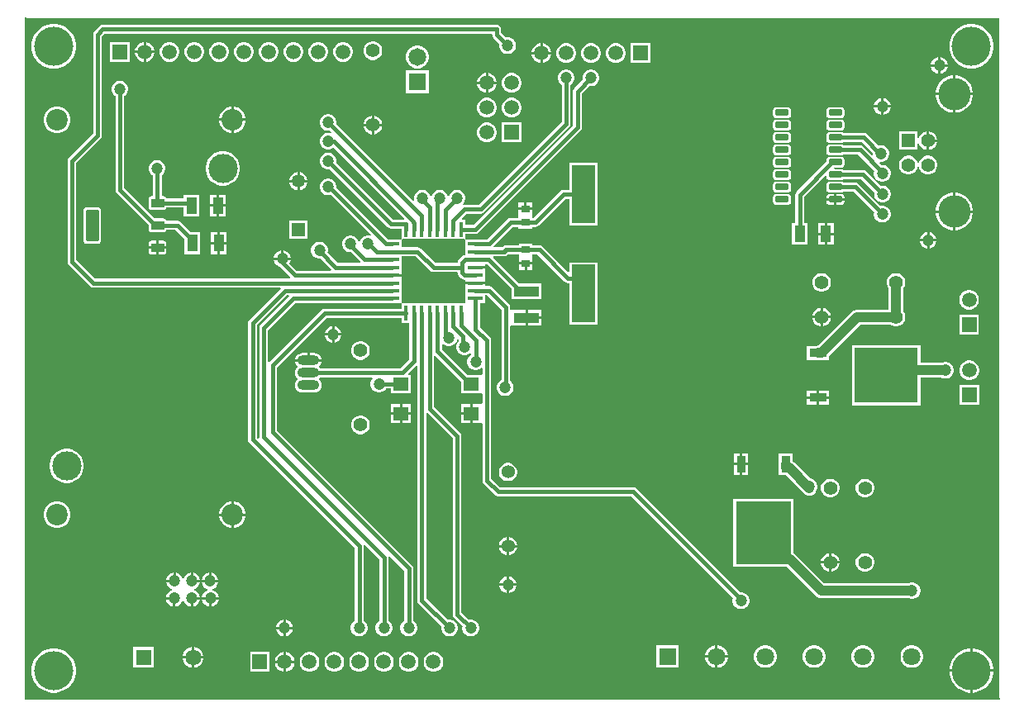
<source format=gbr>
%TF.GenerationSoftware,Altium Limited,Altium Designer,22.8.2 (66)*%
G04 Layer_Physical_Order=1*
G04 Layer_Color=255*
%FSLAX45Y45*%
%MOMM*%
%TF.SameCoordinates,BD556100-397B-4985-8EB5-C039F1F1876F*%
%TF.FilePolarity,Positive*%
%TF.FileFunction,Copper,L1,Top,Signal*%
%TF.Part,Single*%
G01*
G75*
%TA.AperFunction,SMDPad,CuDef*%
%ADD10R,2.60000X1.10000*%
%ADD11R,1.73000X0.96000*%
%ADD12R,6.49000X5.63000*%
%ADD13R,0.90000X0.80000*%
%ADD14R,1.10000X1.70000*%
%ADD15R,1.50000X0.40000*%
%ADD16R,0.40000X1.50000*%
G04:AMPARAMS|DCode=17|XSize=1.31mm|YSize=0.93mm|CornerRadius=0.06975mm|HoleSize=0mm|Usage=FLASHONLY|Rotation=180.000|XOffset=0mm|YOffset=0mm|HoleType=Round|Shape=RoundedRectangle|*
%AMROUNDEDRECTD17*
21,1,1.31000,0.79050,0,0,180.0*
21,1,1.17050,0.93000,0,0,180.0*
1,1,0.13950,-0.58525,0.39525*
1,1,0.13950,0.58525,0.39525*
1,1,0.13950,0.58525,-0.39525*
1,1,0.13950,-0.58525,-0.39525*
%
%ADD17ROUNDEDRECTD17*%
G04:AMPARAMS|DCode=18|XSize=1.31mm|YSize=3.24mm|CornerRadius=0.09825mm|HoleSize=0mm|Usage=FLASHONLY|Rotation=180.000|XOffset=0mm|YOffset=0mm|HoleType=Round|Shape=RoundedRectangle|*
%AMROUNDEDRECTD18*
21,1,1.31000,3.04350,0,0,180.0*
21,1,1.11350,3.24000,0,0,180.0*
1,1,0.19650,-0.55675,1.52175*
1,1,0.19650,0.55675,1.52175*
1,1,0.19650,0.55675,-1.52175*
1,1,0.19650,-0.55675,-1.52175*
%
%ADD18ROUNDEDRECTD18*%
%ADD19R,1.60000X1.40000*%
%ADD20R,2.43200X5.91180*%
%ADD21R,5.63000X6.49000*%
%ADD22R,0.96000X1.73000*%
G04:AMPARAMS|DCode=23|XSize=1.31mm|YSize=0.62mm|CornerRadius=0.0775mm|HoleSize=0mm|Usage=FLASHONLY|Rotation=180.000|XOffset=0mm|YOffset=0mm|HoleType=Round|Shape=RoundedRectangle|*
%AMROUNDEDRECTD23*
21,1,1.31000,0.46500,0,0,180.0*
21,1,1.15500,0.62000,0,0,180.0*
1,1,0.15500,-0.57750,0.23250*
1,1,0.15500,0.57750,0.23250*
1,1,0.15500,0.57750,-0.23250*
1,1,0.15500,-0.57750,-0.23250*
%
%ADD23ROUNDEDRECTD23*%
%TA.AperFunction,Conductor*%
%ADD24C,0.40000*%
%ADD25C,1.00000*%
%TA.AperFunction,ComponentPad*%
%ADD26C,2.20000*%
%ADD27C,3.00000*%
%ADD28C,1.40000*%
%ADD29R,1.50000X1.50000*%
%ADD30C,1.50000*%
%ADD31O,2.22000X1.00000*%
%ADD32R,1.50000X1.50000*%
%ADD33C,1.81500*%
%ADD34R,1.81500X1.81500*%
%ADD35C,1.35800*%
%TA.AperFunction,ViaPad*%
%ADD36C,4.00000*%
%TA.AperFunction,ComponentPad*%
%ADD37C,1.35000*%
%ADD38R,1.35000X1.35000*%
%ADD39C,1.80000*%
%ADD40R,1.80000X1.80000*%
%ADD41R,1.65000X1.65000*%
%ADD42C,1.65000*%
%ADD43C,3.31600*%
%ADD44C,1.40800*%
%ADD45R,1.40800X1.40800*%
%TA.AperFunction,ViaPad*%
%ADD46C,1.20000*%
G36*
X25400Y6985000D02*
X9982200D01*
Y25400D01*
X9995867Y11733D01*
X9991006Y0D01*
X0D01*
Y6993806D01*
X11733Y6998667D01*
X25400Y6985000D01*
D02*
G37*
%LPC*%
G36*
X1245118Y6742500D02*
X1244600D01*
Y6654800D01*
X1332300D01*
Y6655318D01*
X1325458Y6680853D01*
X1312240Y6703747D01*
X1293547Y6722440D01*
X1270653Y6735658D01*
X1245118Y6742500D01*
D02*
G37*
G36*
X1219200D02*
X1218682D01*
X1193147Y6735658D01*
X1170253Y6722440D01*
X1151560Y6703747D01*
X1138342Y6680853D01*
X1131500Y6655318D01*
Y6654800D01*
X1219200D01*
Y6742500D01*
D02*
G37*
G36*
X5309118Y6729800D02*
X5308600D01*
Y6642100D01*
X5396300D01*
Y6642618D01*
X5389458Y6668153D01*
X5376240Y6691047D01*
X5357547Y6709740D01*
X5334653Y6722958D01*
X5309118Y6729800D01*
D02*
G37*
G36*
X5283200D02*
X5282682D01*
X5257147Y6722958D01*
X5234253Y6709740D01*
X5215560Y6691047D01*
X5202342Y6668153D01*
X5195500Y6642618D01*
Y6642100D01*
X5283200D01*
Y6729800D01*
D02*
G37*
G36*
X803100Y6919990D02*
X785386Y6916466D01*
X770368Y6906432D01*
X716568Y6852632D01*
X706534Y6837614D01*
X703010Y6819900D01*
X703011Y6819899D01*
Y5806505D01*
X453737Y5557232D01*
X443702Y5542214D01*
X440179Y5524500D01*
X440179Y5524499D01*
Y4491933D01*
X440179Y4491932D01*
X443702Y4474217D01*
X453737Y4459200D01*
X671468Y4241469D01*
X671468Y4241468D01*
X686486Y4231434D01*
X704200Y4227911D01*
X2620487D01*
X2625747Y4215211D01*
X2304068Y3893532D01*
X2294034Y3878514D01*
X2290510Y3860800D01*
X2290511Y3860799D01*
Y2669184D01*
X2290510Y2669183D01*
X2294034Y2651469D01*
X2304068Y2636451D01*
X3382711Y1557809D01*
Y808486D01*
X3376563Y804937D01*
X3360663Y789037D01*
X3349420Y769563D01*
X3343600Y747843D01*
Y725357D01*
X3349420Y703637D01*
X3360663Y684163D01*
X3376563Y668263D01*
X3396037Y657020D01*
X3417757Y651200D01*
X3440243D01*
X3461963Y657020D01*
X3481437Y668263D01*
X3497337Y684163D01*
X3508580Y703637D01*
X3514400Y725357D01*
Y747843D01*
X3508580Y769563D01*
X3497337Y789037D01*
X3481437Y804937D01*
X3475289Y808486D01*
Y1576983D01*
X3473352Y1586724D01*
X3485056Y1592980D01*
X3636711Y1441326D01*
Y808486D01*
X3630563Y804937D01*
X3614663Y789037D01*
X3603420Y769563D01*
X3597600Y747843D01*
Y725357D01*
X3603420Y703637D01*
X3614663Y684163D01*
X3630563Y668263D01*
X3650037Y657020D01*
X3671757Y651200D01*
X3694243D01*
X3715963Y657020D01*
X3735437Y668263D01*
X3751337Y684163D01*
X3762580Y703637D01*
X3768400Y725357D01*
Y747843D01*
X3762580Y769563D01*
X3751337Y789037D01*
X3735437Y804937D01*
X3729289Y808486D01*
Y1460499D01*
X3729290Y1460500D01*
X3726810Y1472966D01*
X3738514Y1479222D01*
X3890711Y1327026D01*
Y808486D01*
X3884563Y804937D01*
X3868663Y789037D01*
X3857420Y769563D01*
X3851600Y747843D01*
Y725357D01*
X3857420Y703637D01*
X3868663Y684163D01*
X3884563Y668263D01*
X3904037Y657020D01*
X3925757Y651200D01*
X3948243D01*
X3969963Y657020D01*
X3989437Y668263D01*
X4005337Y684163D01*
X4016580Y703637D01*
X4022400Y725357D01*
Y747843D01*
X4016580Y769563D01*
X4005337Y789037D01*
X3989437Y804937D01*
X3983289Y808486D01*
Y1346199D01*
X3983290Y1346200D01*
X3979766Y1363914D01*
X3969732Y1378932D01*
X3969731Y1378932D01*
X2586289Y2762374D01*
Y3409826D01*
X3094374Y3917911D01*
X3865600D01*
Y3863800D01*
X3944710D01*
Y3489474D01*
X3854326Y3399089D01*
X3028995D01*
X3023251Y3406576D01*
X3018854Y3409950D01*
Y3422650D01*
X3023251Y3426024D01*
X3035337Y3441775D01*
X3042934Y3460117D01*
X3043854Y3467100D01*
X2773096D01*
X2774016Y3460117D01*
X2781613Y3441775D01*
X2793699Y3426024D01*
X2798096Y3422650D01*
Y3409950D01*
X2793699Y3406576D01*
X2781613Y3390825D01*
X2774016Y3372483D01*
X2771424Y3352800D01*
X2774016Y3333117D01*
X2781613Y3314775D01*
X2793699Y3299024D01*
X2798096Y3295650D01*
Y3282950D01*
X2793699Y3279576D01*
X2781613Y3263825D01*
X2774016Y3245483D01*
X2771424Y3225800D01*
X2774016Y3206117D01*
X2781613Y3187775D01*
X2793699Y3172024D01*
X2809450Y3159938D01*
X2827791Y3152341D01*
X2847475Y3149749D01*
X2969475D01*
X2989159Y3152341D01*
X3007500Y3159938D01*
X3023251Y3172024D01*
X3035337Y3187775D01*
X3042934Y3206117D01*
X3045526Y3225800D01*
X3042934Y3245483D01*
X3035337Y3263825D01*
X3023251Y3279576D01*
X3018854Y3282950D01*
Y3295650D01*
X3023251Y3299024D01*
X3028995Y3306511D01*
X3562843D01*
X3567704Y3294777D01*
X3563863Y3290937D01*
X3552620Y3271463D01*
X3546800Y3249743D01*
Y3227257D01*
X3552620Y3205537D01*
X3563863Y3186063D01*
X3579763Y3170163D01*
X3599237Y3158920D01*
X3620957Y3153100D01*
X3643443D01*
X3665163Y3158920D01*
X3684637Y3170163D01*
X3700537Y3186063D01*
X3704086Y3192211D01*
X3751000D01*
Y3140700D01*
X3961800D01*
Y3331500D01*
X3934257D01*
X3929397Y3343233D01*
X4012011Y3425847D01*
X4024711Y3420587D01*
Y1021701D01*
X4024710Y1021700D01*
X4028234Y1003986D01*
X4038268Y988968D01*
X4272537Y754700D01*
X4270700Y747843D01*
Y725357D01*
X4276520Y703637D01*
X4287763Y684163D01*
X4303663Y668263D01*
X4323137Y657020D01*
X4344857Y651200D01*
X4367343D01*
X4389063Y657020D01*
X4408537Y668263D01*
X4424437Y684163D01*
X4435680Y703637D01*
X4441500Y725357D01*
Y747843D01*
X4435680Y769563D01*
X4424437Y789037D01*
X4408537Y804937D01*
X4389063Y816180D01*
X4367343Y822000D01*
X4344857D01*
X4338000Y820163D01*
X4117289Y1040874D01*
Y2936687D01*
X4129989Y2941947D01*
X4386011Y2685926D01*
Y876301D01*
X4386010Y876300D01*
X4389534Y858586D01*
X4399568Y843568D01*
X4488437Y754700D01*
X4486600Y747843D01*
Y725357D01*
X4492420Y703637D01*
X4503663Y684163D01*
X4519563Y668263D01*
X4539037Y657020D01*
X4560757Y651200D01*
X4583243D01*
X4604963Y657020D01*
X4624437Y668263D01*
X4640337Y684163D01*
X4651580Y703637D01*
X4657400Y725357D01*
Y747843D01*
X4651580Y769563D01*
X4640337Y789037D01*
X4624437Y804937D01*
X4604963Y816180D01*
X4583243Y822000D01*
X4560757D01*
X4553900Y820163D01*
X4478589Y895474D01*
Y2705100D01*
X4475066Y2722814D01*
X4465032Y2737832D01*
X4465031Y2737832D01*
X4197290Y3005574D01*
Y3521786D01*
X4209990Y3527047D01*
X4471000Y3266037D01*
Y3140700D01*
X4681800D01*
X4690811Y3131793D01*
Y3040407D01*
X4681800Y3031500D01*
X4678110Y3031500D01*
X4589101D01*
Y2936100D01*
Y2840700D01*
X4678110D01*
X4681800Y2840700D01*
X4690811Y2831793D01*
Y2247901D01*
X4690810Y2247900D01*
X4694334Y2230186D01*
X4704368Y2215168D01*
X4818668Y2100869D01*
X4818668Y2100868D01*
X4833686Y2090834D01*
X4851400Y2087310D01*
X4851401Y2087311D01*
X6216526D01*
X7259721Y1044116D01*
X7255200Y1027243D01*
Y1004757D01*
X7261020Y983037D01*
X7272263Y963563D01*
X7288163Y947663D01*
X7307637Y936420D01*
X7329357Y930600D01*
X7351843D01*
X7373563Y936420D01*
X7393037Y947663D01*
X7408937Y963563D01*
X7420180Y983037D01*
X7426000Y1004757D01*
Y1027243D01*
X7420180Y1048963D01*
X7408937Y1068437D01*
X7393037Y1084337D01*
X7373563Y1095580D01*
X7351843Y1101400D01*
X7333364D01*
X6268432Y2166332D01*
X6253414Y2176366D01*
X6235700Y2179890D01*
X6235699Y2179889D01*
X4870574D01*
X4783389Y2267074D01*
Y3682999D01*
X4783390Y3683000D01*
X4779866Y3700714D01*
X4769832Y3715732D01*
X4769831Y3715732D01*
X4667289Y3818274D01*
Y4068800D01*
X4721400D01*
Y4147910D01*
X4740126D01*
X4885188Y4002849D01*
Y3277301D01*
X4873403Y3270497D01*
X4857503Y3254597D01*
X4846260Y3235123D01*
X4840440Y3213403D01*
Y3190917D01*
X4846260Y3169197D01*
X4857503Y3149723D01*
X4873403Y3133823D01*
X4892877Y3122580D01*
X4914597Y3116760D01*
X4937083D01*
X4958803Y3122580D01*
X4978277Y3133823D01*
X4994177Y3149723D01*
X5005420Y3169197D01*
X5011240Y3190917D01*
Y3213403D01*
X5005420Y3235123D01*
X4994177Y3254597D01*
X4978277Y3270497D01*
X4977767Y3270792D01*
Y3830187D01*
X4988100Y3835900D01*
X4990467Y3835900D01*
X5130800D01*
Y3916300D01*
Y3996700D01*
X4990467D01*
X4988100Y3996700D01*
X4977767Y4002413D01*
Y4022022D01*
X4977767Y4022023D01*
X4974243Y4039737D01*
X4964209Y4054755D01*
X4964208Y4054755D01*
X4792032Y4226932D01*
X4777014Y4236966D01*
X4759300Y4240490D01*
X4759299Y4240489D01*
X4721400D01*
Y4261500D01*
X4620999D01*
X4520600D01*
Y4228800D01*
Y4148800D01*
Y4075560D01*
X4517563Y4067637D01*
X4509640Y4064600D01*
X3872360D01*
X3864437Y4067637D01*
X3861400Y4075560D01*
Y4148800D01*
Y4228800D01*
Y4308800D01*
Y4341500D01*
X3761000D01*
Y4366900D01*
X3861400D01*
Y4388800D01*
Y4468800D01*
Y4547911D01*
X4009926D01*
X4158268Y4399569D01*
X4158268Y4399568D01*
X4173286Y4389534D01*
X4191000Y4386010D01*
X4191001Y4386011D01*
X4428297D01*
X4436810Y4377631D01*
X4440334Y4359917D01*
X4450368Y4344900D01*
X4473799Y4321469D01*
X4473800Y4321468D01*
X4488817Y4311434D01*
X4506531Y4307911D01*
X4520600D01*
Y4286900D01*
X4620999D01*
X4721400D01*
Y4308800D01*
Y4388800D01*
Y4421500D01*
X4620999D01*
Y4446900D01*
X4721400D01*
Y4467911D01*
X4736826D01*
X4988100Y4216636D01*
Y4105900D01*
X5298900D01*
Y4266700D01*
X5068057D01*
X5066232Y4269431D01*
X4800453Y4535211D01*
X4805713Y4547911D01*
X4911699D01*
X4911700Y4547910D01*
X4929414Y4551434D01*
X4944432Y4561468D01*
X4949849Y4566885D01*
X5065502D01*
Y4551275D01*
X5065502Y4547775D01*
Y4538575D01*
X5065502Y4535075D01*
Y4485875D01*
X5206302D01*
Y4535075D01*
X5206302Y4538575D01*
Y4547775D01*
X5206302Y4551275D01*
Y4566885D01*
X5255440D01*
X5536799Y4285526D01*
X5536800Y4285525D01*
X5551817Y4275491D01*
X5569532Y4271967D01*
X5580700D01*
Y3843820D01*
X5874700D01*
Y4485800D01*
X5580700D01*
Y4389145D01*
X5568967Y4384285D01*
X5307345Y4645907D01*
X5292328Y4655941D01*
X5274614Y4659465D01*
X5274612Y4659464D01*
X5206302D01*
Y4678575D01*
X5065502D01*
Y4659464D01*
X4930675D01*
X4912960Y4655941D01*
X4897943Y4645907D01*
X4897943Y4645906D01*
X4892526Y4640490D01*
X4812814D01*
X4807553Y4653190D01*
X5003774Y4849411D01*
X5060400D01*
Y4830300D01*
X5201200D01*
Y4849411D01*
X5237604D01*
X5237605Y4849410D01*
X5255319Y4852934D01*
X5270337Y4862968D01*
X5543468Y5136100D01*
X5580700D01*
Y4861400D01*
X5874700D01*
Y5503380D01*
X5580700D01*
Y5228679D01*
X5524296D01*
X5524295Y5228680D01*
X5506581Y5225156D01*
X5491563Y5215122D01*
X5491563Y5215121D01*
X5218431Y4941990D01*
X5201200D01*
Y4957600D01*
X5201200Y4961100D01*
Y4970300D01*
X5201200Y4973800D01*
Y5023001D01*
X5130800D01*
X5060400D01*
Y4973800D01*
X5060400Y4970300D01*
Y4961100D01*
X5060400Y4957600D01*
Y4941990D01*
X4984601D01*
X4984600Y4941990D01*
X4966886Y4938466D01*
X4951868Y4928432D01*
X4951868Y4928431D01*
X4743926Y4720489D01*
X4621000D01*
X4616528Y4719600D01*
X4531610Y4719600D01*
X4529330Y4719600D01*
X4526588Y4719896D01*
X4519437Y4722637D01*
X4516696Y4729788D01*
X4516400Y4732530D01*
X4516400Y4734810D01*
Y4777910D01*
X4620999D01*
X4621000Y4777910D01*
X4638714Y4781434D01*
X4653732Y4791468D01*
X5696931Y5834668D01*
X5696932Y5834668D01*
X5706966Y5849686D01*
X5710490Y5867400D01*
X5710489Y5867401D01*
Y6216526D01*
X5785800Y6291837D01*
X5792657Y6290000D01*
X5815143D01*
X5836863Y6295820D01*
X5856337Y6307063D01*
X5872237Y6322963D01*
X5883480Y6342437D01*
X5889300Y6364157D01*
Y6386643D01*
X5883480Y6408363D01*
X5872237Y6427837D01*
X5856337Y6443737D01*
X5836863Y6454980D01*
X5815143Y6460800D01*
X5792657D01*
X5770937Y6454980D01*
X5751463Y6443737D01*
X5735563Y6427837D01*
X5724320Y6408363D01*
X5718500Y6386643D01*
Y6364157D01*
X5720337Y6357300D01*
X5631468Y6268432D01*
X5621434Y6253414D01*
X5617910Y6235700D01*
X5617911Y6235699D01*
Y5886574D01*
X4601826Y4870489D01*
X4516400D01*
Y4924600D01*
X4485956D01*
X4481096Y4936333D01*
X4527674Y4982911D01*
X4673599D01*
X4673600Y4982910D01*
X4691314Y4986434D01*
X4706332Y4996468D01*
X5582631Y5872768D01*
X5582632Y5872768D01*
X5592666Y5887786D01*
X5596190Y5905500D01*
X5596189Y5905501D01*
Y6303514D01*
X5602337Y6307063D01*
X5618237Y6322963D01*
X5629480Y6342437D01*
X5635300Y6364157D01*
Y6386643D01*
X5629480Y6408363D01*
X5618237Y6427837D01*
X5602337Y6443737D01*
X5582863Y6454980D01*
X5561143Y6460800D01*
X5538657D01*
X5516937Y6454980D01*
X5497463Y6443737D01*
X5481563Y6427837D01*
X5470320Y6408363D01*
X5464500Y6386643D01*
Y6364157D01*
X5470320Y6342437D01*
X5481563Y6322963D01*
X5497463Y6307063D01*
X5503611Y6303514D01*
Y5924674D01*
X4654426Y5075489D01*
X4508500D01*
X4501664Y5074130D01*
X4495408Y5085834D01*
X4500637Y5091063D01*
X4511880Y5110537D01*
X4517700Y5132257D01*
Y5154743D01*
X4511880Y5176463D01*
X4500637Y5195937D01*
X4484737Y5211837D01*
X4465263Y5223080D01*
X4443543Y5228900D01*
X4421057D01*
X4399337Y5223080D01*
X4379863Y5211837D01*
X4363963Y5195937D01*
X4352720Y5176463D01*
X4349974Y5166215D01*
X4336826D01*
X4334080Y5176463D01*
X4322837Y5195937D01*
X4306937Y5211837D01*
X4287463Y5223080D01*
X4265743Y5228900D01*
X4243257D01*
X4221537Y5223080D01*
X4202063Y5211837D01*
X4186163Y5195937D01*
X4174920Y5176463D01*
X4172174Y5166215D01*
X4159026D01*
X4156280Y5176463D01*
X4145037Y5195937D01*
X4129137Y5211837D01*
X4109663Y5223080D01*
X4087943Y5228900D01*
X4065457D01*
X4043737Y5223080D01*
X4024263Y5211837D01*
X4008363Y5195937D01*
X3997120Y5176463D01*
X3991300Y5154743D01*
Y5132257D01*
X3994198Y5121443D01*
X3982811Y5114869D01*
X3195595Y5902086D01*
X3196900Y5906957D01*
Y5929443D01*
X3191080Y5951163D01*
X3179837Y5970637D01*
X3163937Y5986537D01*
X3144463Y5997780D01*
X3122743Y6003600D01*
X3100257D01*
X3078537Y5997780D01*
X3059063Y5986537D01*
X3043163Y5970637D01*
X3031920Y5951163D01*
X3026100Y5929443D01*
Y5906957D01*
X3031920Y5885237D01*
X3043163Y5865763D01*
X3059063Y5849863D01*
X3078537Y5838620D01*
X3100257Y5832800D01*
X3122743D01*
X3131585Y5835169D01*
X3147007Y5819746D01*
X3140433Y5808360D01*
X3122743Y5813100D01*
X3100257D01*
X3078537Y5807280D01*
X3059063Y5796037D01*
X3043163Y5780137D01*
X3031920Y5760663D01*
X3026100Y5738943D01*
Y5716457D01*
X3031920Y5694737D01*
X3043163Y5675263D01*
X3059063Y5659363D01*
X3078537Y5648120D01*
X3100257Y5642300D01*
X3122743D01*
X3144463Y5648120D01*
X3163937Y5659363D01*
X3166758Y5662184D01*
X3891719Y4937223D01*
X3886859Y4925490D01*
X3775974D01*
X3195063Y5506401D01*
X3196900Y5513257D01*
Y5535743D01*
X3191080Y5557463D01*
X3179837Y5576937D01*
X3163937Y5592837D01*
X3144463Y5604080D01*
X3122743Y5609900D01*
X3100257D01*
X3078537Y5604080D01*
X3059063Y5592837D01*
X3043163Y5576937D01*
X3031920Y5557463D01*
X3026100Y5535743D01*
Y5513257D01*
X3031920Y5491537D01*
X3043163Y5472063D01*
X3059063Y5456163D01*
X3078537Y5444920D01*
X3100257Y5439100D01*
X3122743D01*
X3129599Y5440937D01*
X3724068Y4846469D01*
X3724068Y4846468D01*
X3739086Y4836434D01*
X3756800Y4832910D01*
X3756801Y4832911D01*
X3864711D01*
Y4824200D01*
X3865600Y4819728D01*
X3865600Y4734810D01*
X3865600Y4732530D01*
X3865304Y4729788D01*
X3862563Y4722637D01*
X3855412Y4719896D01*
X3852670Y4719600D01*
X3850390Y4719600D01*
X3765472D01*
X3761000Y4720489D01*
X3725174D01*
X3196900Y5248763D01*
Y5269043D01*
X3191080Y5290763D01*
X3179837Y5310237D01*
X3163937Y5326137D01*
X3144463Y5337380D01*
X3122743Y5343200D01*
X3100257D01*
X3078537Y5337380D01*
X3059063Y5326137D01*
X3043163Y5310237D01*
X3031920Y5290763D01*
X3026100Y5269043D01*
Y5246557D01*
X3031920Y5224837D01*
X3043163Y5205363D01*
X3059063Y5189463D01*
X3078537Y5178220D01*
X3100257Y5172400D01*
X3122743D01*
X3138196Y5176541D01*
X3547510Y4767226D01*
X3540936Y4755840D01*
X3529143Y4759000D01*
X3506657D01*
X3484937Y4753180D01*
X3465463Y4741937D01*
X3449563Y4726037D01*
X3438320Y4706563D01*
X3435574Y4696315D01*
X3422426D01*
X3419680Y4706563D01*
X3408437Y4726037D01*
X3392537Y4741937D01*
X3373063Y4753180D01*
X3351343Y4759000D01*
X3328857D01*
X3307137Y4753180D01*
X3287663Y4741937D01*
X3271763Y4726037D01*
X3260520Y4706563D01*
X3254700Y4684843D01*
Y4662357D01*
X3260520Y4640637D01*
X3271763Y4621163D01*
X3287663Y4605263D01*
X3307137Y4594020D01*
X3328857Y4588200D01*
X3347336D01*
X3442347Y4493189D01*
X3437087Y4480489D01*
X3208974D01*
X3104324Y4585139D01*
X3108000Y4598857D01*
Y4621343D01*
X3102180Y4643063D01*
X3090937Y4662537D01*
X3075037Y4678437D01*
X3055563Y4689680D01*
X3033843Y4695500D01*
X3011357D01*
X2989637Y4689680D01*
X2970163Y4678437D01*
X2954263Y4662537D01*
X2943020Y4643063D01*
X2937200Y4621343D01*
Y4598857D01*
X2943020Y4577137D01*
X2954263Y4557663D01*
X2970163Y4541763D01*
X2989637Y4530520D01*
X3011357Y4524700D01*
X3033836D01*
X3145347Y4413190D01*
X3140086Y4400490D01*
X2789674D01*
X2714133Y4476031D01*
X2721180Y4488237D01*
X2726609Y4508500D01*
X2556591D01*
X2562020Y4488237D01*
X2573263Y4468763D01*
X2589163Y4452863D01*
X2608637Y4441620D01*
X2620903Y4438333D01*
X2726047Y4333189D01*
X2720787Y4320489D01*
X723374D01*
X532758Y4511106D01*
Y5505326D01*
X782031Y5754599D01*
X782032Y5754600D01*
X792066Y5769617D01*
X795590Y5787332D01*
X795589Y5787333D01*
Y6800726D01*
X822274Y6827411D01*
X4783317D01*
X4792410Y6819900D01*
X4795934Y6802186D01*
X4805968Y6787168D01*
X4867677Y6725460D01*
X4865840Y6718603D01*
Y6696117D01*
X4871660Y6674397D01*
X4882903Y6654923D01*
X4898803Y6639023D01*
X4918277Y6627780D01*
X4939997Y6621960D01*
X4962483D01*
X4984203Y6627780D01*
X5003677Y6639023D01*
X5019577Y6654923D01*
X5030820Y6674397D01*
X5036640Y6696117D01*
Y6718603D01*
X5030820Y6740323D01*
X5019577Y6759797D01*
X5003677Y6775697D01*
X4984203Y6786940D01*
X4962483Y6792760D01*
X4939997D01*
X4933140Y6790923D01*
X4884989Y6839074D01*
Y6873700D01*
X4881466Y6891414D01*
X4871432Y6906432D01*
X4856414Y6916466D01*
X4838700Y6919989D01*
X803101D01*
X803100Y6919990D01*
D02*
G37*
G36*
X3581260Y6750200D02*
X3556140D01*
X3531877Y6743698D01*
X3510123Y6731139D01*
X3492361Y6713377D01*
X3479802Y6691623D01*
X3473300Y6667360D01*
Y6642240D01*
X3479802Y6617977D01*
X3492361Y6596223D01*
X3510123Y6578461D01*
X3531877Y6565902D01*
X3556140Y6559400D01*
X3581260D01*
X3605523Y6565902D01*
X3627277Y6578461D01*
X3645039Y6596223D01*
X3657598Y6617977D01*
X3664100Y6642240D01*
Y6667360D01*
X3657598Y6691623D01*
X3645039Y6713377D01*
X3627277Y6731139D01*
X3605523Y6743698D01*
X3581260Y6750200D01*
D02*
G37*
G36*
X3277118Y6742500D02*
X3250682D01*
X3225147Y6735658D01*
X3202253Y6722440D01*
X3183560Y6703747D01*
X3170342Y6680853D01*
X3163500Y6655318D01*
Y6628882D01*
X3170342Y6603347D01*
X3183560Y6580453D01*
X3202253Y6561760D01*
X3225147Y6548542D01*
X3250682Y6541700D01*
X3277118D01*
X3302653Y6548542D01*
X3325547Y6561760D01*
X3344240Y6580453D01*
X3357458Y6603347D01*
X3364300Y6628882D01*
Y6655318D01*
X3357458Y6680853D01*
X3344240Y6703747D01*
X3325547Y6722440D01*
X3302653Y6735658D01*
X3277118Y6742500D01*
D02*
G37*
G36*
X3023118D02*
X2996682D01*
X2971147Y6735658D01*
X2948253Y6722440D01*
X2929560Y6703747D01*
X2916342Y6680853D01*
X2909500Y6655318D01*
Y6628882D01*
X2916342Y6603347D01*
X2929560Y6580453D01*
X2948253Y6561760D01*
X2971147Y6548542D01*
X2996682Y6541700D01*
X3023118D01*
X3048653Y6548542D01*
X3071547Y6561760D01*
X3090240Y6580453D01*
X3103458Y6603347D01*
X3110300Y6628882D01*
Y6655318D01*
X3103458Y6680853D01*
X3090240Y6703747D01*
X3071547Y6722440D01*
X3048653Y6735658D01*
X3023118Y6742500D01*
D02*
G37*
G36*
X2769118D02*
X2742682D01*
X2717147Y6735658D01*
X2694253Y6722440D01*
X2675560Y6703747D01*
X2662342Y6680853D01*
X2655500Y6655318D01*
Y6628882D01*
X2662342Y6603347D01*
X2675560Y6580453D01*
X2694253Y6561760D01*
X2717147Y6548542D01*
X2742682Y6541700D01*
X2769118D01*
X2794653Y6548542D01*
X2817547Y6561760D01*
X2836240Y6580453D01*
X2849458Y6603347D01*
X2856300Y6628882D01*
Y6655318D01*
X2849458Y6680853D01*
X2836240Y6703747D01*
X2817547Y6722440D01*
X2794653Y6735658D01*
X2769118Y6742500D01*
D02*
G37*
G36*
X2515118D02*
X2488682D01*
X2463147Y6735658D01*
X2440253Y6722440D01*
X2421560Y6703747D01*
X2408342Y6680853D01*
X2401500Y6655318D01*
Y6628882D01*
X2408342Y6603347D01*
X2421560Y6580453D01*
X2440253Y6561760D01*
X2463147Y6548542D01*
X2488682Y6541700D01*
X2515118D01*
X2540653Y6548542D01*
X2563547Y6561760D01*
X2582240Y6580453D01*
X2595458Y6603347D01*
X2602300Y6628882D01*
Y6655318D01*
X2595458Y6680853D01*
X2582240Y6703747D01*
X2563547Y6722440D01*
X2540653Y6735658D01*
X2515118Y6742500D01*
D02*
G37*
G36*
X2261118D02*
X2234682D01*
X2209147Y6735658D01*
X2186253Y6722440D01*
X2167560Y6703747D01*
X2154342Y6680853D01*
X2147500Y6655318D01*
Y6628882D01*
X2154342Y6603347D01*
X2167560Y6580453D01*
X2186253Y6561760D01*
X2209147Y6548542D01*
X2234682Y6541700D01*
X2261118D01*
X2286653Y6548542D01*
X2309547Y6561760D01*
X2328240Y6580453D01*
X2341458Y6603347D01*
X2348300Y6628882D01*
Y6655318D01*
X2341458Y6680853D01*
X2328240Y6703747D01*
X2309547Y6722440D01*
X2286653Y6735658D01*
X2261118Y6742500D01*
D02*
G37*
G36*
X2007118D02*
X1980682D01*
X1955147Y6735658D01*
X1932253Y6722440D01*
X1913560Y6703747D01*
X1900342Y6680853D01*
X1893500Y6655318D01*
Y6628882D01*
X1900342Y6603347D01*
X1913560Y6580453D01*
X1932253Y6561760D01*
X1955147Y6548542D01*
X1980682Y6541700D01*
X2007118D01*
X2032653Y6548542D01*
X2055547Y6561760D01*
X2074240Y6580453D01*
X2087458Y6603347D01*
X2094300Y6628882D01*
Y6655318D01*
X2087458Y6680853D01*
X2074240Y6703747D01*
X2055547Y6722440D01*
X2032653Y6735658D01*
X2007118Y6742500D01*
D02*
G37*
G36*
X1753118D02*
X1726682D01*
X1701147Y6735658D01*
X1678253Y6722440D01*
X1659560Y6703747D01*
X1646342Y6680853D01*
X1639500Y6655318D01*
Y6628882D01*
X1646342Y6603347D01*
X1659560Y6580453D01*
X1678253Y6561760D01*
X1701147Y6548542D01*
X1726682Y6541700D01*
X1753118D01*
X1778653Y6548542D01*
X1801547Y6561760D01*
X1820240Y6580453D01*
X1833458Y6603347D01*
X1840300Y6628882D01*
Y6655318D01*
X1833458Y6680853D01*
X1820240Y6703747D01*
X1801547Y6722440D01*
X1778653Y6735658D01*
X1753118Y6742500D01*
D02*
G37*
G36*
X1499118D02*
X1472682D01*
X1447147Y6735658D01*
X1424253Y6722440D01*
X1405560Y6703747D01*
X1392342Y6680853D01*
X1385500Y6655318D01*
Y6628882D01*
X1392342Y6603347D01*
X1405560Y6580453D01*
X1424253Y6561760D01*
X1447147Y6548542D01*
X1472682Y6541700D01*
X1499118D01*
X1524653Y6548542D01*
X1547547Y6561760D01*
X1566240Y6580453D01*
X1579458Y6603347D01*
X1586300Y6628882D01*
Y6655318D01*
X1579458Y6680853D01*
X1566240Y6703747D01*
X1547547Y6722440D01*
X1524653Y6735658D01*
X1499118Y6742500D01*
D02*
G37*
G36*
X1332300Y6629400D02*
X1244600D01*
Y6541700D01*
X1245118D01*
X1270653Y6548542D01*
X1293547Y6561760D01*
X1312240Y6580453D01*
X1325458Y6603347D01*
X1332300Y6628882D01*
Y6629400D01*
D02*
G37*
G36*
X1219200D02*
X1131500D01*
Y6628882D01*
X1138342Y6603347D01*
X1151560Y6580453D01*
X1170253Y6561760D01*
X1193147Y6548542D01*
X1218682Y6541700D01*
X1219200D01*
Y6629400D01*
D02*
G37*
G36*
X1078300Y6742500D02*
X877500D01*
Y6541700D01*
X1078300D01*
Y6742500D01*
D02*
G37*
G36*
X6412300Y6729800D02*
X6211500D01*
Y6529000D01*
X6412300D01*
Y6729800D01*
D02*
G37*
G36*
X6071118D02*
X6044682D01*
X6019147Y6722958D01*
X5996253Y6709740D01*
X5977560Y6691047D01*
X5964342Y6668153D01*
X5957500Y6642618D01*
Y6616182D01*
X5964342Y6590647D01*
X5977560Y6567753D01*
X5996253Y6549060D01*
X6019147Y6535842D01*
X6044682Y6529000D01*
X6071118D01*
X6096653Y6535842D01*
X6119547Y6549060D01*
X6138240Y6567753D01*
X6151458Y6590647D01*
X6158300Y6616182D01*
Y6642618D01*
X6151458Y6668153D01*
X6138240Y6691047D01*
X6119547Y6709740D01*
X6096653Y6722958D01*
X6071118Y6729800D01*
D02*
G37*
G36*
X5817118D02*
X5790682D01*
X5765147Y6722958D01*
X5742253Y6709740D01*
X5723560Y6691047D01*
X5710342Y6668153D01*
X5703500Y6642618D01*
Y6616182D01*
X5710342Y6590647D01*
X5723560Y6567753D01*
X5742253Y6549060D01*
X5765147Y6535842D01*
X5790682Y6529000D01*
X5817118D01*
X5842653Y6535842D01*
X5865547Y6549060D01*
X5884240Y6567753D01*
X5897458Y6590647D01*
X5904300Y6616182D01*
Y6642618D01*
X5897458Y6668153D01*
X5884240Y6691047D01*
X5865547Y6709740D01*
X5842653Y6722958D01*
X5817118Y6729800D01*
D02*
G37*
G36*
X5563118D02*
X5536682D01*
X5511147Y6722958D01*
X5488253Y6709740D01*
X5469560Y6691047D01*
X5456342Y6668153D01*
X5449500Y6642618D01*
Y6616182D01*
X5456342Y6590647D01*
X5469560Y6567753D01*
X5488253Y6549060D01*
X5511147Y6535842D01*
X5536682Y6529000D01*
X5563118D01*
X5588653Y6535842D01*
X5611547Y6549060D01*
X5630240Y6567753D01*
X5643458Y6590647D01*
X5650300Y6616182D01*
Y6642618D01*
X5643458Y6668153D01*
X5630240Y6691047D01*
X5611547Y6709740D01*
X5588653Y6722958D01*
X5563118Y6729800D01*
D02*
G37*
G36*
X5396300Y6616700D02*
X5308600D01*
Y6529000D01*
X5309118D01*
X5334653Y6535842D01*
X5357547Y6549060D01*
X5376240Y6567753D01*
X5389458Y6590647D01*
X5396300Y6616182D01*
Y6616700D01*
D02*
G37*
G36*
X5283200D02*
X5195500D01*
Y6616182D01*
X5202342Y6590647D01*
X5215560Y6567753D01*
X5234253Y6549060D01*
X5257147Y6535842D01*
X5282682Y6529000D01*
X5283200D01*
Y6616700D01*
D02*
G37*
G36*
X9385300Y6587409D02*
Y6515100D01*
X9457609D01*
X9452180Y6535363D01*
X9440937Y6554837D01*
X9425037Y6570737D01*
X9405563Y6581980D01*
X9385300Y6587409D01*
D02*
G37*
G36*
X9359900D02*
X9339637Y6581980D01*
X9320163Y6570737D01*
X9304263Y6554837D01*
X9293020Y6535363D01*
X9287591Y6515100D01*
X9359900D01*
Y6587409D01*
D02*
G37*
G36*
X4041191Y6707450D02*
X4010609D01*
X3981068Y6699534D01*
X3954582Y6684243D01*
X3932957Y6662618D01*
X3917666Y6636132D01*
X3909750Y6606591D01*
Y6576009D01*
X3917666Y6546468D01*
X3932957Y6519982D01*
X3954582Y6498357D01*
X3981068Y6483066D01*
X4010609Y6475150D01*
X4041191D01*
X4070732Y6483066D01*
X4097218Y6498357D01*
X4118843Y6519982D01*
X4134134Y6546468D01*
X4142050Y6576009D01*
Y6606591D01*
X4134134Y6636132D01*
X4118843Y6662618D01*
X4097218Y6684243D01*
X4070732Y6699534D01*
X4041191Y6707450D01*
D02*
G37*
G36*
X9722200Y6925400D02*
X9677800D01*
X9634253Y6916738D01*
X9593233Y6899747D01*
X9556316Y6875080D01*
X9524920Y6843684D01*
X9500253Y6806767D01*
X9483262Y6765747D01*
X9474600Y6722200D01*
Y6677800D01*
X9483262Y6634253D01*
X9500253Y6593233D01*
X9524920Y6556316D01*
X9556316Y6524920D01*
X9593233Y6500253D01*
X9634253Y6483262D01*
X9677800Y6474600D01*
X9722200D01*
X9765747Y6483262D01*
X9806767Y6500253D01*
X9843684Y6524920D01*
X9875080Y6556316D01*
X9899747Y6593233D01*
X9916738Y6634253D01*
X9925400Y6677800D01*
Y6722200D01*
X9916738Y6765747D01*
X9899747Y6806767D01*
X9875080Y6843684D01*
X9843684Y6875080D01*
X9806767Y6899747D01*
X9765747Y6916738D01*
X9722200Y6925400D01*
D02*
G37*
G36*
X322200D02*
X277800D01*
X234253Y6916738D01*
X193233Y6899747D01*
X156316Y6875080D01*
X124920Y6843684D01*
X100253Y6806767D01*
X83262Y6765747D01*
X74600Y6722200D01*
Y6677800D01*
X83262Y6634253D01*
X100253Y6593233D01*
X124920Y6556316D01*
X156316Y6524920D01*
X193233Y6500253D01*
X234253Y6483262D01*
X277800Y6474600D01*
X322200D01*
X365747Y6483262D01*
X406767Y6500253D01*
X443684Y6524920D01*
X475080Y6556316D01*
X499747Y6593233D01*
X516738Y6634253D01*
X525400Y6677800D01*
Y6722200D01*
X516738Y6765747D01*
X499747Y6806767D01*
X475080Y6843684D01*
X443684Y6875080D01*
X406767Y6899747D01*
X365747Y6916738D01*
X322200Y6925400D01*
D02*
G37*
G36*
X9457609Y6489700D02*
X9385300D01*
Y6417391D01*
X9405563Y6422820D01*
X9425037Y6434063D01*
X9440937Y6449963D01*
X9452180Y6469437D01*
X9457609Y6489700D01*
D02*
G37*
G36*
X9359900D02*
X9287591D01*
X9293020Y6469437D01*
X9304263Y6449963D01*
X9320163Y6434063D01*
X9339637Y6422820D01*
X9359900Y6417391D01*
Y6489700D01*
D02*
G37*
G36*
X4750318Y6425000D02*
X4749800D01*
Y6337300D01*
X4837500D01*
Y6337818D01*
X4830658Y6363353D01*
X4817440Y6386247D01*
X4798747Y6404940D01*
X4775853Y6418158D01*
X4750318Y6425000D01*
D02*
G37*
G36*
X4724400D02*
X4723882D01*
X4698347Y6418158D01*
X4675453Y6404940D01*
X4656760Y6386247D01*
X4643542Y6363353D01*
X4636700Y6337818D01*
Y6337300D01*
X4724400D01*
Y6425000D01*
D02*
G37*
G36*
X5004318D02*
X4977882D01*
X4952347Y6418158D01*
X4929453Y6404940D01*
X4910760Y6386247D01*
X4897542Y6363353D01*
X4890700Y6337818D01*
Y6311382D01*
X4897542Y6285847D01*
X4910760Y6262953D01*
X4929453Y6244260D01*
X4952347Y6231042D01*
X4977882Y6224200D01*
X5004318D01*
X5029853Y6231042D01*
X5052747Y6244260D01*
X5071440Y6262953D01*
X5084658Y6285847D01*
X5091500Y6311382D01*
Y6337818D01*
X5084658Y6363353D01*
X5071440Y6386247D01*
X5052747Y6404940D01*
X5029853Y6418158D01*
X5004318Y6425000D01*
D02*
G37*
G36*
X4837500Y6311900D02*
X4749800D01*
Y6224200D01*
X4750318D01*
X4775853Y6231042D01*
X4798747Y6244260D01*
X4817440Y6262953D01*
X4830658Y6285847D01*
X4837500Y6311382D01*
Y6311900D01*
D02*
G37*
G36*
X4724400D02*
X4636700D01*
Y6311382D01*
X4643542Y6285847D01*
X4656760Y6262953D01*
X4675453Y6244260D01*
X4698347Y6231042D01*
X4723882Y6224200D01*
X4724400D01*
Y6311900D01*
D02*
G37*
G36*
X9543832Y6401500D02*
X9537700D01*
Y6223000D01*
X9716200D01*
Y6229132D01*
X9708852Y6266071D01*
X9694439Y6300867D01*
X9673515Y6332183D01*
X9646883Y6358815D01*
X9615567Y6379739D01*
X9580771Y6394152D01*
X9543832Y6401500D01*
D02*
G37*
G36*
X9512300D02*
X9506168D01*
X9469229Y6394152D01*
X9434433Y6379739D01*
X9403117Y6358815D01*
X9376485Y6332183D01*
X9355561Y6300867D01*
X9341148Y6266071D01*
X9333800Y6229132D01*
Y6223000D01*
X9512300D01*
Y6401500D01*
D02*
G37*
G36*
X4142050Y6453450D02*
X3909750D01*
Y6221150D01*
X4142050D01*
Y6453450D01*
D02*
G37*
G36*
X8801100Y6168309D02*
Y6096000D01*
X8873409D01*
X8867980Y6116263D01*
X8856737Y6135737D01*
X8840837Y6151637D01*
X8821363Y6162880D01*
X8801100Y6168309D01*
D02*
G37*
G36*
X8775700D02*
X8755437Y6162880D01*
X8735963Y6151637D01*
X8720063Y6135737D01*
X8708820Y6116263D01*
X8703391Y6096000D01*
X8775700D01*
Y6168309D01*
D02*
G37*
G36*
X9716200Y6197600D02*
X9537700D01*
Y6019100D01*
X9543832D01*
X9580771Y6026448D01*
X9615567Y6040861D01*
X9646883Y6061785D01*
X9673515Y6088417D01*
X9694439Y6119733D01*
X9708852Y6154529D01*
X9716200Y6191468D01*
Y6197600D01*
D02*
G37*
G36*
X9512300D02*
X9333800D01*
Y6191468D01*
X9341148Y6154529D01*
X9355561Y6119733D01*
X9376485Y6088417D01*
X9403117Y6061785D01*
X9434433Y6040861D01*
X9469229Y6026448D01*
X9506168Y6019100D01*
X9512300D01*
Y6197600D01*
D02*
G37*
G36*
X8873409Y6070600D02*
X8801100D01*
Y5998291D01*
X8821363Y6003720D01*
X8840837Y6014963D01*
X8856737Y6030863D01*
X8867980Y6050337D01*
X8873409Y6070600D01*
D02*
G37*
G36*
X8775700D02*
X8703391D01*
X8708820Y6050337D01*
X8720063Y6030863D01*
X8735963Y6014963D01*
X8755437Y6003720D01*
X8775700Y5998291D01*
Y6070600D01*
D02*
G37*
G36*
X5004318Y6171000D02*
X4977882D01*
X4952347Y6164158D01*
X4929453Y6150940D01*
X4910760Y6132247D01*
X4897542Y6109353D01*
X4890700Y6083818D01*
Y6057382D01*
X4897542Y6031847D01*
X4910760Y6008953D01*
X4929453Y5990260D01*
X4952347Y5977042D01*
X4977882Y5970200D01*
X5004318D01*
X5029853Y5977042D01*
X5052747Y5990260D01*
X5071440Y6008953D01*
X5084658Y6031847D01*
X5091500Y6057382D01*
Y6083818D01*
X5084658Y6109353D01*
X5071440Y6132247D01*
X5052747Y6150940D01*
X5029853Y6164158D01*
X5004318Y6171000D01*
D02*
G37*
G36*
X4750318D02*
X4723882D01*
X4698347Y6164158D01*
X4675453Y6150940D01*
X4656760Y6132247D01*
X4643542Y6109353D01*
X4636700Y6083818D01*
Y6057382D01*
X4643542Y6031847D01*
X4656760Y6008953D01*
X4675453Y5990260D01*
X4698347Y5977042D01*
X4723882Y5970200D01*
X4750318D01*
X4775853Y5977042D01*
X4798747Y5990260D01*
X4817440Y6008953D01*
X4830658Y6031847D01*
X4837500Y6057382D01*
Y6083818D01*
X4830658Y6109353D01*
X4817440Y6132247D01*
X4798747Y6150940D01*
X4775853Y6164158D01*
X4750318Y6171000D01*
D02*
G37*
G36*
X8367450Y6076849D02*
X8251950D01*
X8239016Y6074277D01*
X8228050Y6066950D01*
X8220723Y6055984D01*
X8218150Y6043050D01*
Y5996550D01*
X8220723Y5983616D01*
X8228050Y5972650D01*
X8239016Y5965323D01*
X8251950Y5962751D01*
X8367450D01*
X8380384Y5965323D01*
X8391350Y5972650D01*
X8398677Y5983616D01*
X8401249Y5996550D01*
Y6043050D01*
X8398677Y6055984D01*
X8391350Y6066950D01*
X8380384Y6074277D01*
X8367450Y6076849D01*
D02*
G37*
G36*
X7817450D02*
X7701950D01*
X7689016Y6074277D01*
X7678050Y6066950D01*
X7670723Y6055984D01*
X7668151Y6043050D01*
Y5996550D01*
X7670723Y5983616D01*
X7678050Y5972650D01*
X7689016Y5965323D01*
X7701950Y5962751D01*
X7817450D01*
X7830384Y5965323D01*
X7841350Y5972650D01*
X7848677Y5983616D01*
X7851249Y5996550D01*
Y6043050D01*
X7848677Y6055984D01*
X7841350Y6066950D01*
X7830384Y6074277D01*
X7817450Y6076849D01*
D02*
G37*
G36*
X2149826Y6083700D02*
X2144700D01*
Y5961000D01*
X2267400D01*
Y5966126D01*
X2258173Y6000563D01*
X2240347Y6031438D01*
X2215138Y6056647D01*
X2184263Y6074473D01*
X2149826Y6083700D01*
D02*
G37*
G36*
X2119300D02*
X2114174D01*
X2079738Y6074473D01*
X2048863Y6056647D01*
X2023653Y6031438D01*
X2005827Y6000563D01*
X1996600Y5966126D01*
Y5961000D01*
X2119300D01*
Y6083700D01*
D02*
G37*
G36*
X3581400Y5988162D02*
Y5905500D01*
X3664062D01*
X3657598Y5929623D01*
X3645039Y5951377D01*
X3627277Y5969139D01*
X3605523Y5981698D01*
X3581400Y5988162D01*
D02*
G37*
G36*
X3556000D02*
X3531877Y5981698D01*
X3510123Y5969139D01*
X3492361Y5951377D01*
X3479802Y5929623D01*
X3473338Y5905500D01*
X3556000D01*
Y5988162D01*
D02*
G37*
G36*
X8367450Y5949849D02*
X8251950D01*
X8239016Y5947277D01*
X8228050Y5939950D01*
X8220723Y5928984D01*
X8218150Y5916050D01*
Y5869550D01*
X8220723Y5856616D01*
X8228050Y5845650D01*
X8239016Y5838323D01*
X8251950Y5835751D01*
X8367450D01*
X8380384Y5838323D01*
X8391350Y5845650D01*
X8398677Y5856616D01*
X8401249Y5869550D01*
Y5916050D01*
X8398677Y5928984D01*
X8391350Y5939950D01*
X8380384Y5947277D01*
X8367450Y5949849D01*
D02*
G37*
G36*
X7817450D02*
X7701950D01*
X7689016Y5947277D01*
X7678050Y5939950D01*
X7670723Y5928984D01*
X7668151Y5916050D01*
Y5869550D01*
X7670723Y5856616D01*
X7678050Y5845650D01*
X7689016Y5838323D01*
X7701950Y5835751D01*
X7817450D01*
X7830384Y5838323D01*
X7841350Y5845650D01*
X7848677Y5856616D01*
X7851249Y5869550D01*
Y5916050D01*
X7848677Y5928984D01*
X7841350Y5939950D01*
X7830384Y5947277D01*
X7817450Y5949849D01*
D02*
G37*
G36*
X2267400Y5935600D02*
X2144700D01*
Y5812900D01*
X2149826D01*
X2184263Y5822127D01*
X2215138Y5839953D01*
X2240347Y5865163D01*
X2258173Y5896037D01*
X2267400Y5930474D01*
Y5935600D01*
D02*
G37*
G36*
X2119300D02*
X1996600D01*
Y5930474D01*
X2005827Y5896037D01*
X2023653Y5865163D01*
X2048863Y5839953D01*
X2079738Y5822127D01*
X2114174Y5812900D01*
X2119300D01*
Y5935600D01*
D02*
G37*
G36*
X349826Y6083700D02*
X314174D01*
X279738Y6074473D01*
X248863Y6056647D01*
X223653Y6031438D01*
X205827Y6000563D01*
X196600Y5966126D01*
Y5930474D01*
X205827Y5896037D01*
X223653Y5865163D01*
X248863Y5839953D01*
X279738Y5822127D01*
X314174Y5812900D01*
X349826D01*
X384263Y5822127D01*
X415138Y5839953D01*
X440347Y5865163D01*
X458173Y5896037D01*
X467400Y5930474D01*
Y5966126D01*
X458173Y6000563D01*
X440347Y6031438D01*
X415138Y6056647D01*
X384263Y6074473D01*
X349826Y6083700D01*
D02*
G37*
G36*
X3664062Y5880100D02*
X3581400D01*
Y5797438D01*
X3605523Y5803902D01*
X3627277Y5816461D01*
X3645039Y5834223D01*
X3657598Y5855977D01*
X3664062Y5880100D01*
D02*
G37*
G36*
X3556000D02*
X3473338D01*
X3479802Y5855977D01*
X3492361Y5834223D01*
X3510123Y5816461D01*
X3531877Y5803902D01*
X3556000Y5797438D01*
Y5880100D01*
D02*
G37*
G36*
X9267700Y5829076D02*
Y5746000D01*
X9350776D01*
X9344271Y5770277D01*
X9331659Y5792123D01*
X9313823Y5809959D01*
X9291977Y5822571D01*
X9267700Y5829076D01*
D02*
G37*
G36*
X5091500Y5917000D02*
X4890700D01*
Y5716200D01*
X5091500D01*
Y5917000D01*
D02*
G37*
G36*
X4750318D02*
X4723882D01*
X4698347Y5910158D01*
X4675453Y5896940D01*
X4656760Y5878247D01*
X4643542Y5855353D01*
X4636700Y5829818D01*
Y5803382D01*
X4643542Y5777847D01*
X4656760Y5754953D01*
X4675453Y5736260D01*
X4698347Y5723042D01*
X4723882Y5716200D01*
X4750318D01*
X4775853Y5723042D01*
X4798747Y5736260D01*
X4817440Y5754953D01*
X4830658Y5777847D01*
X4837500Y5803382D01*
Y5829818D01*
X4830658Y5855353D01*
X4817440Y5878247D01*
X4798747Y5896940D01*
X4775853Y5910158D01*
X4750318Y5917000D01*
D02*
G37*
G36*
X7817450Y5822849D02*
X7701950D01*
X7689016Y5820277D01*
X7678050Y5812950D01*
X7670723Y5801984D01*
X7668151Y5789050D01*
Y5742550D01*
X7670723Y5729616D01*
X7678050Y5718650D01*
X7689016Y5711323D01*
X7701950Y5708751D01*
X7817450D01*
X7830384Y5711323D01*
X7841350Y5718650D01*
X7848677Y5729616D01*
X7851249Y5742550D01*
Y5789050D01*
X7848677Y5801984D01*
X7841350Y5812950D01*
X7830384Y5820277D01*
X7817450Y5822849D01*
D02*
G37*
G36*
X9350777Y5720600D02*
X9267700D01*
Y5637524D01*
X9291977Y5644029D01*
X9313823Y5656641D01*
X9331659Y5674477D01*
X9344271Y5696323D01*
X9350777Y5720600D01*
D02*
G37*
G36*
X9150800Y5829100D02*
X8959200D01*
Y5637500D01*
X9150800D01*
Y5702969D01*
X9163500Y5704641D01*
X9165729Y5696323D01*
X9178341Y5674477D01*
X9196177Y5656641D01*
X9218023Y5644029D01*
X9242300Y5637523D01*
Y5733300D01*
Y5829076D01*
X9218023Y5822571D01*
X9196177Y5809959D01*
X9178341Y5792123D01*
X9165729Y5770277D01*
X9163500Y5761959D01*
X9150800Y5763631D01*
Y5829100D01*
D02*
G37*
G36*
X8367450Y5822849D02*
X8251950D01*
X8239016Y5820277D01*
X8228050Y5812950D01*
X8220723Y5801984D01*
X8218150Y5789050D01*
Y5742550D01*
X8220723Y5729616D01*
X8228050Y5718650D01*
X8239016Y5711323D01*
X8251950Y5708751D01*
X8367450D01*
X8380384Y5711323D01*
X8391350Y5718650D01*
X8391925Y5719511D01*
X8578726D01*
X8690300Y5607937D01*
Y5591724D01*
X8679717Y5584346D01*
X8592532Y5671532D01*
X8577514Y5681566D01*
X8559800Y5685090D01*
X8559799Y5685089D01*
X8391925D01*
X8391350Y5685950D01*
X8380384Y5693277D01*
X8367450Y5695849D01*
X8251950D01*
X8239016Y5693277D01*
X8228050Y5685950D01*
X8220723Y5674984D01*
X8218150Y5662050D01*
Y5615550D01*
X8220723Y5602616D01*
X8228050Y5591650D01*
X8239016Y5584323D01*
X8251950Y5581751D01*
X8367450D01*
X8380384Y5584323D01*
X8391350Y5591650D01*
X8391925Y5592511D01*
X8540626D01*
X8707521Y5425616D01*
X8703000Y5408743D01*
Y5386257D01*
X8708820Y5364537D01*
X8720063Y5345063D01*
X8735963Y5329163D01*
X8755437Y5317920D01*
X8777157Y5312100D01*
X8799643D01*
X8821363Y5317920D01*
X8840837Y5329163D01*
X8856737Y5345063D01*
X8867980Y5364537D01*
X8873800Y5386257D01*
Y5408743D01*
X8867980Y5430463D01*
X8856737Y5449937D01*
X8840837Y5465837D01*
X8821363Y5477080D01*
X8799643Y5482900D01*
X8781163D01*
X8759346Y5504717D01*
X8766724Y5515300D01*
X8786943D01*
X8808663Y5521120D01*
X8828137Y5532363D01*
X8844037Y5548263D01*
X8855280Y5567737D01*
X8861100Y5589457D01*
Y5611943D01*
X8855280Y5633663D01*
X8844037Y5653137D01*
X8828137Y5669037D01*
X8808663Y5680280D01*
X8786943Y5686100D01*
X8764457D01*
X8747584Y5681579D01*
X8630632Y5798532D01*
X8615614Y5808566D01*
X8597900Y5812090D01*
X8597899Y5812089D01*
X8391925D01*
X8391350Y5812950D01*
X8380384Y5820277D01*
X8367450Y5822849D01*
D02*
G37*
G36*
X7817450Y5695849D02*
X7701950D01*
X7689016Y5693277D01*
X7678050Y5685950D01*
X7670723Y5674984D01*
X7668151Y5662050D01*
Y5615550D01*
X7670723Y5602616D01*
X7678050Y5591650D01*
X7689016Y5584323D01*
X7701950Y5581751D01*
X7817450D01*
X7830384Y5584323D01*
X7841350Y5591650D01*
X7848677Y5602616D01*
X7851249Y5615550D01*
Y5662050D01*
X7848677Y5674984D01*
X7841350Y5685950D01*
X7830384Y5693277D01*
X7817450Y5695849D01*
D02*
G37*
G36*
X9267612Y5579100D02*
X9242388D01*
X9218023Y5572571D01*
X9196177Y5559959D01*
X9178341Y5542123D01*
X9165729Y5520277D01*
X9161574Y5504772D01*
X9148426D01*
X9144271Y5520277D01*
X9131659Y5542123D01*
X9113823Y5559959D01*
X9091977Y5572571D01*
X9067612Y5579100D01*
X9042388D01*
X9018023Y5572571D01*
X8996177Y5559959D01*
X8978341Y5542123D01*
X8965729Y5520277D01*
X8959200Y5495912D01*
Y5470688D01*
X8965729Y5446323D01*
X8978341Y5424477D01*
X8996177Y5406641D01*
X9018023Y5394029D01*
X9042388Y5387500D01*
X9067612D01*
X9091977Y5394029D01*
X9113823Y5406641D01*
X9131659Y5424477D01*
X9144271Y5446323D01*
X9148426Y5461828D01*
X9161574D01*
X9165729Y5446323D01*
X9178341Y5424477D01*
X9196177Y5406641D01*
X9218023Y5394029D01*
X9242388Y5387500D01*
X9267612D01*
X9291977Y5394029D01*
X9313823Y5406641D01*
X9331659Y5424477D01*
X9344271Y5446323D01*
X9350800Y5470688D01*
Y5495912D01*
X9344271Y5520277D01*
X9331659Y5542123D01*
X9313823Y5559959D01*
X9291977Y5572571D01*
X9267612Y5579100D01*
D02*
G37*
G36*
X7817450Y5568849D02*
X7701950D01*
X7689016Y5566277D01*
X7678050Y5558950D01*
X7670723Y5547984D01*
X7668151Y5535050D01*
Y5488550D01*
X7670723Y5475616D01*
X7678050Y5464650D01*
X7689016Y5457323D01*
X7701950Y5454751D01*
X7817450D01*
X7830384Y5457323D01*
X7841350Y5464650D01*
X7848677Y5475616D01*
X7851249Y5488550D01*
Y5535050D01*
X7848677Y5547984D01*
X7841350Y5558950D01*
X7830384Y5566277D01*
X7817450Y5568849D01*
D02*
G37*
G36*
X2819401Y5410074D02*
Y5330000D01*
X2899475D01*
X2893270Y5353158D01*
X2881039Y5374342D01*
X2863743Y5391638D01*
X2842558Y5403869D01*
X2819401Y5410074D01*
D02*
G37*
G36*
X2794001D02*
X2770843Y5403869D01*
X2749658Y5391638D01*
X2732362Y5374342D01*
X2720131Y5353158D01*
X2713926Y5330000D01*
X2794001D01*
Y5410074D01*
D02*
G37*
G36*
X7817450Y5441849D02*
X7701950D01*
X7689016Y5439277D01*
X7678050Y5431950D01*
X7670723Y5420984D01*
X7668151Y5408050D01*
Y5361550D01*
X7670723Y5348616D01*
X7678050Y5337650D01*
X7689016Y5330323D01*
X7701950Y5327751D01*
X7817450D01*
X7830384Y5330323D01*
X7841350Y5337650D01*
X7848677Y5348616D01*
X7851249Y5361550D01*
Y5408050D01*
X7848677Y5420984D01*
X7841350Y5431950D01*
X7830384Y5439277D01*
X7817450Y5441849D01*
D02*
G37*
G36*
X2049275Y5623700D02*
X2014725D01*
X1980838Y5616959D01*
X1948917Y5603737D01*
X1920189Y5584542D01*
X1895758Y5560111D01*
X1876563Y5531383D01*
X1863341Y5499462D01*
X1856600Y5465575D01*
Y5431025D01*
X1863341Y5397138D01*
X1876563Y5365217D01*
X1895758Y5336489D01*
X1920189Y5312058D01*
X1948917Y5292863D01*
X1980838Y5279641D01*
X2014725Y5272900D01*
X2049275D01*
X2083162Y5279641D01*
X2115083Y5292863D01*
X2143811Y5312058D01*
X2168242Y5336489D01*
X2187437Y5365217D01*
X2200659Y5397138D01*
X2207400Y5431025D01*
Y5465575D01*
X2200659Y5499462D01*
X2187437Y5531383D01*
X2168242Y5560111D01*
X2143811Y5584542D01*
X2115083Y5603737D01*
X2083162Y5616959D01*
X2049275Y5623700D01*
D02*
G37*
G36*
X2899475Y5304600D02*
X2819401D01*
Y5224526D01*
X2842558Y5230731D01*
X2863743Y5242962D01*
X2881039Y5260258D01*
X2893270Y5281442D01*
X2899475Y5304600D01*
D02*
G37*
G36*
X2794001D02*
X2713926D01*
X2720131Y5281442D01*
X2732362Y5260258D01*
X2749658Y5242962D01*
X2770843Y5230731D01*
X2794001Y5224526D01*
Y5304600D01*
D02*
G37*
G36*
X7817450Y5314849D02*
X7701950D01*
X7689016Y5312277D01*
X7678050Y5304950D01*
X7670723Y5293984D01*
X7668151Y5281050D01*
Y5234550D01*
X7670723Y5221616D01*
X7678050Y5210650D01*
X7689016Y5203323D01*
X7701950Y5200751D01*
X7817450D01*
X7830384Y5203323D01*
X7841350Y5210650D01*
X7848677Y5221616D01*
X7851249Y5234550D01*
Y5281050D01*
X7848677Y5293984D01*
X7841350Y5304950D01*
X7830384Y5312277D01*
X7817450Y5314849D01*
D02*
G37*
G36*
X8367450Y5187849D02*
X8322400D01*
Y5143500D01*
X8401249D01*
Y5154050D01*
X8398677Y5166984D01*
X8391350Y5177950D01*
X8380384Y5185277D01*
X8367450Y5187849D01*
D02*
G37*
G36*
X8297000D02*
X8251950D01*
X8239016Y5185277D01*
X8228050Y5177950D01*
X8220723Y5166984D01*
X8218150Y5154050D01*
Y5143500D01*
X8297000D01*
Y5187849D01*
D02*
G37*
G36*
X8367450Y5568849D02*
X8251950D01*
X8239016Y5566277D01*
X8228050Y5558950D01*
X8220723Y5547984D01*
X8218150Y5535050D01*
Y5520214D01*
X7909468Y5211532D01*
X7899434Y5196514D01*
X7895910Y5178800D01*
X7895911Y5178799D01*
Y4885600D01*
X7861800D01*
Y4664800D01*
X8022600D01*
Y4885600D01*
X7988489D01*
Y5159626D01*
X8206417Y5377554D01*
X8218150Y5372694D01*
Y5361550D01*
X8220723Y5348616D01*
X8228050Y5337650D01*
X8239016Y5330323D01*
X8251950Y5327751D01*
X8367450D01*
X8380384Y5330323D01*
X8391350Y5337650D01*
X8391925Y5338511D01*
X8571611D01*
X8706237Y5203884D01*
X8704400Y5197028D01*
Y5174542D01*
X8710220Y5152822D01*
X8721463Y5133348D01*
X8737363Y5117448D01*
X8756837Y5106205D01*
X8778557Y5100385D01*
X8801043D01*
X8822763Y5106205D01*
X8842237Y5117448D01*
X8858137Y5133348D01*
X8869380Y5152822D01*
X8875200Y5174542D01*
Y5197028D01*
X8869380Y5218748D01*
X8858137Y5238222D01*
X8842237Y5254122D01*
X8822763Y5265365D01*
X8801043Y5271185D01*
X8778557D01*
X8771701Y5269348D01*
X8623517Y5417532D01*
X8608499Y5427566D01*
X8590785Y5431090D01*
X8590784Y5431089D01*
X8391925D01*
X8391350Y5431950D01*
X8380384Y5439277D01*
X8367450Y5441849D01*
X8302363D01*
X8295574Y5454549D01*
X8295709Y5454751D01*
X8367450D01*
X8380384Y5457323D01*
X8391350Y5464650D01*
X8398677Y5475616D01*
X8401249Y5488550D01*
Y5535050D01*
X8398677Y5547984D01*
X8391350Y5558950D01*
X8380384Y5566277D01*
X8367450Y5568849D01*
D02*
G37*
G36*
X2061600Y5177700D02*
X1993900D01*
Y5080000D01*
X2061600D01*
Y5177700D01*
D02*
G37*
G36*
X1968500D02*
X1900800D01*
Y5080000D01*
X1968500D01*
Y5177700D01*
D02*
G37*
G36*
X8401249Y5118100D02*
X8322400D01*
Y5073751D01*
X8367450D01*
X8380384Y5076323D01*
X8391350Y5083650D01*
X8398677Y5094616D01*
X8401249Y5107550D01*
Y5118100D01*
D02*
G37*
G36*
X8297000D02*
X8218150D01*
Y5107550D01*
X8220723Y5094616D01*
X8228050Y5083650D01*
X8239016Y5076323D01*
X8251950Y5073751D01*
X8297000D01*
Y5118100D01*
D02*
G37*
G36*
X7817450Y5187849D02*
X7701950D01*
X7689016Y5185277D01*
X7678050Y5177950D01*
X7670723Y5166984D01*
X7668151Y5154050D01*
Y5107550D01*
X7670723Y5094616D01*
X7678050Y5083650D01*
X7689016Y5076323D01*
X7701950Y5073751D01*
X7817450D01*
X7830384Y5076323D01*
X7841350Y5083650D01*
X7848677Y5094616D01*
X7851249Y5107550D01*
Y5154050D01*
X7848677Y5166984D01*
X7841350Y5177950D01*
X7830384Y5185277D01*
X7817450Y5187849D01*
D02*
G37*
G36*
X5201200Y5101100D02*
X5143500D01*
Y5048401D01*
X5201200D01*
Y5101100D01*
D02*
G37*
G36*
X5118100D02*
X5060400D01*
Y5048401D01*
X5118100D01*
Y5101100D01*
D02*
G37*
G36*
X9543832Y5197500D02*
X9537700D01*
Y5019000D01*
X9716200D01*
Y5025131D01*
X9708852Y5062071D01*
X9694439Y5096867D01*
X9673515Y5128183D01*
X9646883Y5154815D01*
X9615567Y5175739D01*
X9580771Y5190152D01*
X9543832Y5197500D01*
D02*
G37*
G36*
X9512300D02*
X9506168D01*
X9469229Y5190152D01*
X9434433Y5175739D01*
X9403117Y5154815D01*
X9376485Y5128183D01*
X9355561Y5096867D01*
X9341148Y5062071D01*
X9333800Y5025131D01*
Y5019000D01*
X9512300D01*
Y5197500D01*
D02*
G37*
G36*
X2061600Y5054600D02*
X1993900D01*
Y4956900D01*
X2061600D01*
Y5054600D01*
D02*
G37*
G36*
X1968500D02*
X1900800D01*
Y4956900D01*
X1968500D01*
Y5054600D01*
D02*
G37*
G36*
X1370143Y5533700D02*
X1347657D01*
X1325937Y5527880D01*
X1306463Y5516637D01*
X1290563Y5500737D01*
X1279320Y5481263D01*
X1273500Y5459543D01*
Y5437057D01*
X1279320Y5415337D01*
X1290563Y5395863D01*
X1306463Y5379963D01*
X1314761Y5375173D01*
Y5165634D01*
X1304675D01*
X1292043Y5163122D01*
X1281334Y5155966D01*
X1274178Y5145257D01*
X1271666Y5132625D01*
Y5053575D01*
X1274178Y5040943D01*
X1281334Y5030234D01*
X1292043Y5023078D01*
X1304675Y5020566D01*
X1421725D01*
X1434357Y5023078D01*
X1445066Y5030234D01*
X1452222Y5040943D01*
X1453389Y5046811D01*
X1630800D01*
Y4956900D01*
X1791600D01*
Y5177700D01*
X1630800D01*
Y5139390D01*
X1453389D01*
X1452222Y5145257D01*
X1445066Y5155966D01*
X1434357Y5163122D01*
X1421725Y5165634D01*
X1407340D01*
Y5377655D01*
X1411337Y5379963D01*
X1427237Y5395863D01*
X1438480Y5415337D01*
X1444300Y5437057D01*
Y5459543D01*
X1438480Y5481263D01*
X1427237Y5500737D01*
X1411337Y5516637D01*
X1391863Y5527880D01*
X1370143Y5533700D01*
D02*
G37*
G36*
X8367450Y5314849D02*
X8251950D01*
X8239016Y5312277D01*
X8228050Y5304950D01*
X8220723Y5293984D01*
X8218150Y5281050D01*
Y5234550D01*
X8220723Y5221616D01*
X8228050Y5210650D01*
X8239016Y5203323D01*
X8251950Y5200751D01*
X8367450D01*
X8380384Y5203323D01*
X8391350Y5210650D01*
X8391925Y5211511D01*
X8489826D01*
X8704837Y4996500D01*
X8703000Y4989643D01*
Y4967157D01*
X8708820Y4945437D01*
X8720063Y4925963D01*
X8735963Y4910063D01*
X8755437Y4898820D01*
X8777157Y4893000D01*
X8799643D01*
X8821363Y4898820D01*
X8840837Y4910063D01*
X8856737Y4925963D01*
X8867980Y4945437D01*
X8873800Y4967157D01*
Y4989643D01*
X8867980Y5011363D01*
X8856737Y5030837D01*
X8840837Y5046737D01*
X8821363Y5057980D01*
X8799643Y5063800D01*
X8777157D01*
X8770300Y5061963D01*
X8541732Y5290532D01*
X8526714Y5300566D01*
X8509000Y5304090D01*
X8508999Y5304089D01*
X8391925D01*
X8391350Y5304950D01*
X8380384Y5312277D01*
X8367450Y5314849D01*
D02*
G37*
G36*
X9716200Y4993600D02*
X9537700D01*
Y4815100D01*
X9543832D01*
X9580771Y4822448D01*
X9615567Y4836861D01*
X9646883Y4857785D01*
X9673515Y4884417D01*
X9694439Y4915733D01*
X9708852Y4950529D01*
X9716200Y4987468D01*
Y4993600D01*
D02*
G37*
G36*
X9512300D02*
X9333800D01*
Y4987468D01*
X9341148Y4950529D01*
X9355561Y4915733D01*
X9376485Y4884417D01*
X9403117Y4857785D01*
X9434433Y4836861D01*
X9469229Y4822448D01*
X9506168Y4815100D01*
X9512300D01*
Y4993600D01*
D02*
G37*
G36*
X8292600Y4885600D02*
X8224900D01*
Y4787900D01*
X8292600D01*
Y4885600D01*
D02*
G37*
G36*
X8199500D02*
X8131800D01*
Y4787900D01*
X8199500D01*
Y4885600D01*
D02*
G37*
G36*
X9271000Y4796709D02*
Y4724400D01*
X9343309D01*
X9337880Y4744663D01*
X9326637Y4764137D01*
X9310737Y4780037D01*
X9291263Y4791280D01*
X9271000Y4796709D01*
D02*
G37*
G36*
X9245600D02*
X9225337Y4791280D01*
X9205863Y4780037D01*
X9189963Y4764137D01*
X9178720Y4744663D01*
X9173291Y4724400D01*
X9245600D01*
Y4796709D01*
D02*
G37*
G36*
X2899599Y4910200D02*
X2713800D01*
Y4724400D01*
X2899599D01*
Y4910200D01*
D02*
G37*
G36*
X2071336Y4791056D02*
X2003637D01*
Y4693356D01*
X2071336D01*
Y4791056D01*
D02*
G37*
G36*
X1978237D02*
X1910537D01*
Y4693356D01*
X1978237D01*
Y4791056D01*
D02*
G37*
G36*
X749875Y5052190D02*
X638525D01*
X624781Y5049456D01*
X613129Y5041671D01*
X605344Y5030019D01*
X602610Y5016275D01*
Y4711925D01*
X605344Y4698181D01*
X613129Y4686529D01*
X624781Y4678744D01*
X638525Y4676010D01*
X749875D01*
X763619Y4678744D01*
X775271Y4686529D01*
X783056Y4698181D01*
X785790Y4711925D01*
Y5016275D01*
X783056Y5030019D01*
X775271Y5041671D01*
X763619Y5049456D01*
X749875Y5052190D01*
D02*
G37*
G36*
X8292600Y4762500D02*
X8224900D01*
Y4664800D01*
X8292600D01*
Y4762500D01*
D02*
G37*
G36*
X8199500D02*
X8131800D01*
Y4664800D01*
X8199500D01*
Y4762500D01*
D02*
G37*
G36*
X1421725Y4707634D02*
X1375900D01*
Y4647799D01*
X1454734D01*
Y4674625D01*
X1452222Y4687257D01*
X1445066Y4697966D01*
X1434357Y4705122D01*
X1421725Y4707634D01*
D02*
G37*
G36*
X1350500D02*
X1304675D01*
X1292043Y4705122D01*
X1281334Y4697966D01*
X1274178Y4687257D01*
X1271666Y4674625D01*
Y4647799D01*
X1350500D01*
Y4707634D01*
D02*
G37*
G36*
X9343309Y4699000D02*
X9271000D01*
Y4626691D01*
X9291263Y4632120D01*
X9310737Y4643363D01*
X9326637Y4659263D01*
X9337880Y4678737D01*
X9343309Y4699000D01*
D02*
G37*
G36*
X9245600D02*
X9173291D01*
X9178720Y4678737D01*
X9189963Y4659263D01*
X9205863Y4643363D01*
X9225337Y4632120D01*
X9245600Y4626691D01*
Y4699000D01*
D02*
G37*
G36*
X2071336Y4667956D02*
X2003637D01*
Y4570256D01*
X2071336D01*
Y4667956D01*
D02*
G37*
G36*
X1978237D02*
X1910537D01*
Y4570256D01*
X1978237D01*
Y4667956D01*
D02*
G37*
G36*
X989143Y6346500D02*
X966657D01*
X944937Y6340680D01*
X925463Y6329437D01*
X909563Y6313537D01*
X898320Y6294063D01*
X892500Y6272343D01*
Y6249857D01*
X898320Y6228137D01*
X909563Y6208663D01*
X925463Y6192763D01*
X931611Y6189214D01*
Y5230401D01*
X931610Y5230400D01*
X935134Y5212686D01*
X945168Y5197668D01*
X1271666Y4871171D01*
Y4824575D01*
X1274178Y4811943D01*
X1281334Y4801234D01*
X1292043Y4794078D01*
X1304675Y4791566D01*
X1421725D01*
X1434357Y4794078D01*
X1445066Y4801234D01*
X1452222Y4811943D01*
X1453389Y4817811D01*
X1548319D01*
X1640537Y4725593D01*
Y4570256D01*
X1801337D01*
Y4791056D01*
X1706000D01*
X1600224Y4896832D01*
X1585207Y4906866D01*
X1567493Y4910390D01*
X1567491Y4910389D01*
X1453389D01*
X1452222Y4916257D01*
X1445066Y4926966D01*
X1434357Y4934122D01*
X1421725Y4936634D01*
X1337129D01*
X1024189Y5249574D01*
Y6189214D01*
X1030337Y6192763D01*
X1046237Y6208663D01*
X1057480Y6228137D01*
X1063300Y6249857D01*
Y6272343D01*
X1057480Y6294063D01*
X1046237Y6313537D01*
X1030337Y6329437D01*
X1010863Y6340680D01*
X989143Y6346500D01*
D02*
G37*
G36*
X1454734Y4622399D02*
X1375900D01*
Y4562566D01*
X1421725D01*
X1434357Y4565078D01*
X1445066Y4572234D01*
X1452222Y4582943D01*
X1454734Y4595575D01*
Y4622399D01*
D02*
G37*
G36*
X1350500D02*
X1271666D01*
Y4595575D01*
X1274178Y4582943D01*
X1281334Y4572234D01*
X1292043Y4565078D01*
X1304675Y4562566D01*
X1350500D01*
Y4622399D01*
D02*
G37*
G36*
X2654300Y4606209D02*
Y4533900D01*
X2726609D01*
X2721180Y4554163D01*
X2709937Y4573637D01*
X2694037Y4589537D01*
X2674563Y4600780D01*
X2654300Y4606209D01*
D02*
G37*
G36*
X2628900D02*
X2608637Y4600780D01*
X2589163Y4589537D01*
X2573263Y4573637D01*
X2562020Y4554163D01*
X2556591Y4533900D01*
X2628900D01*
Y4606209D01*
D02*
G37*
G36*
X5206302Y4460475D02*
X5148602D01*
Y4407775D01*
X5206302D01*
Y4460475D01*
D02*
G37*
G36*
X5123202D02*
X5065502D01*
Y4407775D01*
X5123202D01*
Y4460475D01*
D02*
G37*
G36*
X8178660Y4375300D02*
X8153540D01*
X8129277Y4368798D01*
X8107523Y4356239D01*
X8089761Y4338477D01*
X8077202Y4316723D01*
X8070700Y4292460D01*
Y4267340D01*
X8077202Y4243077D01*
X8089761Y4221323D01*
X8107523Y4203561D01*
X8129277Y4191002D01*
X8153540Y4184500D01*
X8178660D01*
X8202923Y4191002D01*
X8224677Y4203561D01*
X8242439Y4221323D01*
X8254998Y4243077D01*
X8261500Y4267340D01*
Y4292460D01*
X8254998Y4316723D01*
X8242439Y4338477D01*
X8224677Y4356239D01*
X8202923Y4368798D01*
X8178660Y4375300D01*
D02*
G37*
G36*
X9690618Y4202500D02*
X9664182D01*
X9638647Y4195658D01*
X9615753Y4182440D01*
X9597060Y4163747D01*
X9583842Y4140853D01*
X9577000Y4115318D01*
Y4088882D01*
X9583842Y4063347D01*
X9597060Y4040453D01*
X9615753Y4021760D01*
X9638647Y4008542D01*
X9664182Y4001700D01*
X9690618D01*
X9716153Y4008542D01*
X9739047Y4021760D01*
X9757740Y4040453D01*
X9770958Y4063347D01*
X9777800Y4088882D01*
Y4115318D01*
X9770958Y4140853D01*
X9757740Y4163747D01*
X9739047Y4182440D01*
X9716153Y4195658D01*
X9690618Y4202500D01*
D02*
G37*
G36*
X8178800Y4019662D02*
Y3937000D01*
X8261462D01*
X8254998Y3961123D01*
X8242439Y3982877D01*
X8224677Y4000639D01*
X8202923Y4013198D01*
X8178800Y4019662D01*
D02*
G37*
G36*
X8153400D02*
X8129277Y4013198D01*
X8107523Y4000639D01*
X8089761Y3982877D01*
X8077202Y3961123D01*
X8070738Y3937000D01*
X8153400D01*
Y4019662D01*
D02*
G37*
G36*
X5156200Y3996700D02*
Y3929000D01*
X5298900D01*
Y3996700D01*
X5156200D01*
D02*
G37*
G36*
X5298900Y3903600D02*
X5156200D01*
Y3835900D01*
X5298900D01*
Y3903600D01*
D02*
G37*
G36*
X8261462Y3911600D02*
X8178800D01*
Y3828938D01*
X8202923Y3835402D01*
X8224677Y3847961D01*
X8242439Y3865723D01*
X8254998Y3887477D01*
X8261462Y3911600D01*
D02*
G37*
G36*
X8153400D02*
X8070738D01*
X8077202Y3887477D01*
X8089761Y3865723D01*
X8107523Y3847961D01*
X8129277Y3835402D01*
X8153400Y3828938D01*
Y3911600D01*
D02*
G37*
G36*
X8940660Y4375300D02*
X8915540D01*
X8891277Y4368798D01*
X8869523Y4356239D01*
X8851761Y4338477D01*
X8839202Y4316723D01*
X8832700Y4292460D01*
Y4267340D01*
X8839202Y4243077D01*
X8851761Y4221323D01*
X8852049Y4221035D01*
Y4000351D01*
X8531003D01*
X8511320Y3997759D01*
X8500575Y3993309D01*
X8492978Y3990162D01*
X8477227Y3978076D01*
X8130999Y3631847D01*
X8128000D01*
X8108317Y3629256D01*
X8108173Y3629197D01*
X8016100D01*
Y3482397D01*
X8108173D01*
X8108317Y3482337D01*
X8128000Y3479746D01*
X8162500D01*
X8182183Y3482337D01*
X8182327Y3482397D01*
X8239900D01*
Y3525645D01*
X8562504Y3848249D01*
X8869235D01*
X8869523Y3847961D01*
X8891277Y3835402D01*
X8915540Y3828900D01*
X8940660D01*
X8964923Y3835402D01*
X8986677Y3847961D01*
X9004439Y3865723D01*
X9016998Y3887477D01*
X9023500Y3911740D01*
Y3936860D01*
X9016998Y3961123D01*
X9004439Y3982877D01*
X9004151Y3983165D01*
Y4221035D01*
X9004439Y4221323D01*
X9016998Y4243077D01*
X9023500Y4267340D01*
Y4292460D01*
X9016998Y4316723D01*
X9004439Y4338477D01*
X8986677Y4356239D01*
X8964923Y4368798D01*
X8940660Y4375300D01*
D02*
G37*
G36*
X3175000Y3831509D02*
Y3759200D01*
X3247309D01*
X3241880Y3779463D01*
X3230637Y3798937D01*
X3214737Y3814837D01*
X3195263Y3826080D01*
X3175000Y3831509D01*
D02*
G37*
G36*
X3149600D02*
X3129337Y3826080D01*
X3109863Y3814837D01*
X3093963Y3798937D01*
X3082720Y3779463D01*
X3077291Y3759200D01*
X3149600D01*
Y3831509D01*
D02*
G37*
G36*
X9777800Y3948500D02*
X9577000D01*
Y3747700D01*
X9777800D01*
Y3948500D01*
D02*
G37*
G36*
X3247309Y3733800D02*
X3175000D01*
Y3661491D01*
X3195263Y3666920D01*
X3214737Y3678163D01*
X3230637Y3694063D01*
X3241880Y3713537D01*
X3247309Y3733800D01*
D02*
G37*
G36*
X3149600D02*
X3077291D01*
X3082720Y3713537D01*
X3093963Y3694063D01*
X3109863Y3678163D01*
X3129337Y3666920D01*
X3149600Y3661491D01*
Y3733800D01*
D02*
G37*
G36*
X2969475Y3555851D02*
X2921175D01*
Y3492500D01*
X3043854D01*
X3042934Y3499483D01*
X3035337Y3517825D01*
X3023251Y3533576D01*
X3007500Y3545662D01*
X2989159Y3553259D01*
X2969475Y3555851D01*
D02*
G37*
G36*
X2895775D02*
X2847475D01*
X2827791Y3553259D01*
X2809450Y3545662D01*
X2793699Y3533576D01*
X2781613Y3517825D01*
X2774016Y3499483D01*
X2773096Y3492500D01*
X2895775D01*
Y3555851D01*
D02*
G37*
G36*
X3454260Y3676800D02*
X3429140D01*
X3404877Y3670298D01*
X3383123Y3657739D01*
X3365361Y3639977D01*
X3352802Y3618223D01*
X3346300Y3593960D01*
Y3568840D01*
X3352802Y3544577D01*
X3365361Y3522823D01*
X3383123Y3505061D01*
X3404877Y3492502D01*
X3429140Y3486000D01*
X3454260D01*
X3478523Y3492502D01*
X3500277Y3505061D01*
X3518039Y3522823D01*
X3530598Y3544577D01*
X3537100Y3568840D01*
Y3593960D01*
X3530598Y3618223D01*
X3518039Y3639977D01*
X3500277Y3657739D01*
X3478523Y3670298D01*
X3454260Y3676800D01*
D02*
G37*
G36*
X9179900Y3634198D02*
X8480100D01*
Y3020399D01*
X9179900D01*
Y3302149D01*
X9397024D01*
X9403137Y3298620D01*
X9424857Y3292800D01*
X9447343D01*
X9469063Y3298620D01*
X9488537Y3309863D01*
X9504437Y3325763D01*
X9515680Y3345237D01*
X9521500Y3366957D01*
Y3389443D01*
X9515680Y3411163D01*
X9504437Y3430637D01*
X9488537Y3446537D01*
X9469063Y3457780D01*
X9447343Y3463600D01*
X9424857D01*
X9403137Y3457780D01*
X9397024Y3454251D01*
X9179900D01*
Y3634198D01*
D02*
G37*
G36*
X9693318Y3478600D02*
X9666882D01*
X9641347Y3471758D01*
X9618453Y3458540D01*
X9599760Y3439847D01*
X9586542Y3416953D01*
X9579700Y3391418D01*
Y3364982D01*
X9586542Y3339447D01*
X9599760Y3316553D01*
X9618453Y3297860D01*
X9641347Y3284642D01*
X9666882Y3277800D01*
X9693318D01*
X9718853Y3284642D01*
X9741747Y3297860D01*
X9760440Y3316553D01*
X9773658Y3339447D01*
X9780500Y3364982D01*
Y3391418D01*
X9773658Y3416953D01*
X9760440Y3439847D01*
X9741747Y3458540D01*
X9718853Y3471758D01*
X9693318Y3478600D01*
D02*
G37*
G36*
X8239900Y3172200D02*
X8140700D01*
Y3111500D01*
X8239900D01*
Y3172200D01*
D02*
G37*
G36*
X8115300D02*
X8016100D01*
Y3111500D01*
X8115300D01*
Y3172200D01*
D02*
G37*
G36*
X8239900Y3086100D02*
X8140700D01*
Y3025400D01*
X8239900D01*
Y3086100D01*
D02*
G37*
G36*
X8115300D02*
X8016100D01*
Y3025400D01*
X8115300D01*
Y3086100D01*
D02*
G37*
G36*
X9780500Y3224600D02*
X9579700D01*
Y3023800D01*
X9780500D01*
Y3224600D01*
D02*
G37*
G36*
X3961800Y3031500D02*
X3869100D01*
Y2948800D01*
X3961800D01*
Y3031500D01*
D02*
G37*
G36*
X3843700D02*
X3751000D01*
Y2948800D01*
X3843700D01*
Y3031500D01*
D02*
G37*
G36*
X4563701D02*
X4471000D01*
Y2948800D01*
X4563701D01*
Y3031500D01*
D02*
G37*
G36*
X3961800Y2923400D02*
X3869100D01*
Y2840700D01*
X3961800D01*
Y2923400D01*
D02*
G37*
G36*
X3843700D02*
X3751000D01*
Y2840700D01*
X3843700D01*
Y2923400D01*
D02*
G37*
G36*
X4563701D02*
X4471000D01*
Y2840700D01*
X4563701D01*
Y2923400D01*
D02*
G37*
G36*
X3454260Y2914800D02*
X3429140D01*
X3404877Y2908298D01*
X3383123Y2895739D01*
X3365361Y2877977D01*
X3352802Y2856223D01*
X3346300Y2831960D01*
Y2806840D01*
X3352802Y2782577D01*
X3365361Y2760823D01*
X3383123Y2743061D01*
X3404877Y2730502D01*
X3429140Y2724000D01*
X3454260D01*
X3478523Y2730502D01*
X3500277Y2743061D01*
X3518039Y2760823D01*
X3530598Y2782577D01*
X3537100Y2806840D01*
Y2831960D01*
X3530598Y2856223D01*
X3518039Y2877977D01*
X3500277Y2895739D01*
X3478523Y2908298D01*
X3454260Y2914800D01*
D02*
G37*
G36*
X7414102Y2528400D02*
X7353402D01*
Y2429200D01*
X7414102D01*
Y2528400D01*
D02*
G37*
G36*
X7328002D02*
X7267302D01*
Y2429200D01*
X7328002D01*
Y2528400D01*
D02*
G37*
G36*
X7414102Y2403800D02*
X7353402D01*
Y2304600D01*
X7414102D01*
Y2403800D01*
D02*
G37*
G36*
X7328002D02*
X7267302D01*
Y2304600D01*
X7328002D01*
Y2403800D01*
D02*
G37*
G36*
X4965283Y2429100D02*
X4940717D01*
X4916987Y2422742D01*
X4895712Y2410459D01*
X4878341Y2393088D01*
X4866058Y2371813D01*
X4859700Y2348083D01*
Y2323517D01*
X4866058Y2299787D01*
X4878341Y2278512D01*
X4895712Y2261141D01*
X4916987Y2248858D01*
X4940717Y2242500D01*
X4965283D01*
X4989013Y2248858D01*
X5010288Y2261141D01*
X5027659Y2278512D01*
X5039942Y2299787D01*
X5046300Y2323517D01*
Y2348083D01*
X5039942Y2371813D01*
X5027659Y2393088D01*
X5010288Y2410459D01*
X4989013Y2422742D01*
X4965283Y2429100D01*
D02*
G37*
G36*
X449275Y2573700D02*
X414725D01*
X380838Y2566959D01*
X348917Y2553737D01*
X320189Y2534542D01*
X295758Y2510111D01*
X276563Y2481383D01*
X263341Y2449462D01*
X256600Y2415575D01*
Y2381025D01*
X263341Y2347138D01*
X276563Y2315217D01*
X295758Y2286489D01*
X320189Y2262058D01*
X348917Y2242863D01*
X380838Y2229641D01*
X414725Y2222900D01*
X449275D01*
X483162Y2229641D01*
X515083Y2242863D01*
X543811Y2262058D01*
X568242Y2286489D01*
X587437Y2315217D01*
X600659Y2347138D01*
X607400Y2381025D01*
Y2415575D01*
X600659Y2449462D01*
X587437Y2481383D01*
X568242Y2510111D01*
X543811Y2534542D01*
X515083Y2553737D01*
X483162Y2566959D01*
X449275Y2573700D01*
D02*
G37*
G36*
X7871098Y2528400D02*
X7724298D01*
Y2436327D01*
X7724239Y2436184D01*
X7721648Y2416500D01*
Y2382000D01*
X7724239Y2362317D01*
X7724298Y2362173D01*
Y2304600D01*
X7794755D01*
X7799698Y2303949D01*
X7802697D01*
X7965408Y2141239D01*
X7970763Y2131963D01*
X7986663Y2116063D01*
X8006137Y2104820D01*
X8008386Y2104218D01*
X8022815Y2098241D01*
X8042499Y2095649D01*
X8062182Y2098241D01*
X8080524Y2105838D01*
X8096274Y2117924D01*
X8105762Y2130288D01*
X8107437Y2131963D01*
X8118680Y2151437D01*
X8124500Y2173157D01*
Y2195643D01*
X8118680Y2217363D01*
X8107437Y2236837D01*
X8091537Y2252737D01*
X8072063Y2263980D01*
X8052539Y2269212D01*
X7887974Y2433776D01*
X7872224Y2445862D01*
X7871098Y2446328D01*
Y2528400D01*
D02*
G37*
G36*
X8623160Y2267100D02*
X8598040D01*
X8573777Y2260598D01*
X8552023Y2248039D01*
X8534261Y2230277D01*
X8521702Y2208523D01*
X8515200Y2184260D01*
Y2159140D01*
X8521702Y2134877D01*
X8534261Y2113123D01*
X8552023Y2095361D01*
X8573777Y2082802D01*
X8598040Y2076300D01*
X8623160D01*
X8647423Y2082802D01*
X8669177Y2095361D01*
X8686939Y2113123D01*
X8699498Y2134877D01*
X8706000Y2159140D01*
Y2184260D01*
X8699498Y2208523D01*
X8686939Y2230277D01*
X8669177Y2248039D01*
X8647423Y2260598D01*
X8623160Y2267100D01*
D02*
G37*
G36*
X8267560D02*
X8242440D01*
X8218177Y2260598D01*
X8196423Y2248039D01*
X8178661Y2230277D01*
X8166102Y2208523D01*
X8159600Y2184260D01*
Y2159140D01*
X8166102Y2134877D01*
X8178661Y2113123D01*
X8196423Y2095361D01*
X8218177Y2082802D01*
X8242440Y2076300D01*
X8267560D01*
X8291823Y2082802D01*
X8313577Y2095361D01*
X8331339Y2113123D01*
X8343898Y2134877D01*
X8350400Y2159140D01*
Y2184260D01*
X8343898Y2208523D01*
X8331339Y2230277D01*
X8313577Y2248039D01*
X8291823Y2260598D01*
X8267560Y2267100D01*
D02*
G37*
G36*
X2149826Y2033700D02*
X2144700D01*
Y1911000D01*
X2267400D01*
Y1916126D01*
X2258173Y1950563D01*
X2240347Y1981437D01*
X2215138Y2006647D01*
X2184263Y2024473D01*
X2149826Y2033700D01*
D02*
G37*
G36*
X2119300D02*
X2114174D01*
X2079738Y2024473D01*
X2048863Y2006647D01*
X2023653Y1981437D01*
X2005827Y1950563D01*
X1996600Y1916126D01*
Y1911000D01*
X2119300D01*
Y2033700D01*
D02*
G37*
G36*
X2267400Y1885600D02*
X2144700D01*
Y1762900D01*
X2149826D01*
X2184263Y1772127D01*
X2215138Y1789953D01*
X2240347Y1815162D01*
X2258173Y1846037D01*
X2267400Y1880474D01*
Y1885600D01*
D02*
G37*
G36*
X2119300D02*
X1996600D01*
Y1880474D01*
X2005827Y1846037D01*
X2023653Y1815162D01*
X2048863Y1789953D01*
X2079738Y1772127D01*
X2114174Y1762900D01*
X2119300D01*
Y1885600D01*
D02*
G37*
G36*
X349826Y2033700D02*
X314174D01*
X279738Y2024473D01*
X248863Y2006647D01*
X223653Y1981437D01*
X205827Y1950563D01*
X196600Y1916126D01*
Y1880474D01*
X205827Y1846037D01*
X223653Y1815162D01*
X248863Y1789953D01*
X279738Y1772127D01*
X314174Y1762900D01*
X349826D01*
X384263Y1772127D01*
X415138Y1789953D01*
X440347Y1815162D01*
X458173Y1846037D01*
X467400Y1880474D01*
Y1916126D01*
X458173Y1950563D01*
X440347Y1981437D01*
X415138Y2006647D01*
X384263Y2024473D01*
X349826Y2033700D01*
D02*
G37*
G36*
X4965700Y1668988D02*
Y1588500D01*
X5046188D01*
X5039942Y1611813D01*
X5027659Y1633088D01*
X5010288Y1650459D01*
X4989013Y1662742D01*
X4965700Y1668988D01*
D02*
G37*
G36*
X4940300D02*
X4916987Y1662742D01*
X4895712Y1650459D01*
X4878341Y1633088D01*
X4866058Y1611813D01*
X4859812Y1588500D01*
X4940300D01*
Y1668988D01*
D02*
G37*
G36*
X5046188Y1563100D02*
X4965700D01*
Y1482612D01*
X4989013Y1488858D01*
X5010288Y1501141D01*
X5027659Y1518512D01*
X5039942Y1539787D01*
X5046188Y1563100D01*
D02*
G37*
G36*
X4940300D02*
X4859812D01*
X4866058Y1539787D01*
X4878341Y1518512D01*
X4895712Y1501141D01*
X4916987Y1488858D01*
X4940300Y1482612D01*
Y1563100D01*
D02*
G37*
G36*
X8267700Y1505062D02*
Y1422400D01*
X8350362D01*
X8343898Y1446523D01*
X8331339Y1468277D01*
X8313577Y1486039D01*
X8291823Y1498598D01*
X8267700Y1505062D01*
D02*
G37*
G36*
X8242300D02*
X8218177Y1498598D01*
X8196423Y1486039D01*
X8178661Y1468277D01*
X8166102Y1446523D01*
X8159638Y1422400D01*
X8242300D01*
Y1505062D01*
D02*
G37*
G36*
X8350362Y1397000D02*
X8267700D01*
Y1314338D01*
X8291823Y1320802D01*
X8313577Y1333361D01*
X8331339Y1351123D01*
X8343898Y1372877D01*
X8350362Y1397000D01*
D02*
G37*
G36*
X8242300D02*
X8159638D01*
X8166102Y1372877D01*
X8178661Y1351123D01*
X8196423Y1333361D01*
X8218177Y1320802D01*
X8242300Y1314338D01*
Y1397000D01*
D02*
G37*
G36*
X8623160Y1505100D02*
X8598040D01*
X8573777Y1498598D01*
X8552023Y1486039D01*
X8534261Y1468277D01*
X8521702Y1446523D01*
X8515200Y1422260D01*
Y1397140D01*
X8521702Y1372877D01*
X8534261Y1351123D01*
X8552023Y1333361D01*
X8573777Y1320802D01*
X8598040Y1314300D01*
X8623160D01*
X8647423Y1320802D01*
X8669177Y1333361D01*
X8686939Y1351123D01*
X8699498Y1372877D01*
X8706000Y1397140D01*
Y1422260D01*
X8699498Y1446523D01*
X8686939Y1468277D01*
X8669177Y1486039D01*
X8647423Y1498598D01*
X8623160Y1505100D01*
D02*
G37*
G36*
X1701800Y1304209D02*
X1681537Y1298780D01*
X1662063Y1287537D01*
X1646163Y1271637D01*
X1634920Y1252163D01*
X1632174Y1241915D01*
X1619026D01*
X1616280Y1252163D01*
X1605037Y1271637D01*
X1589137Y1287537D01*
X1569663Y1298780D01*
X1549400Y1304209D01*
Y1219200D01*
X1536700D01*
Y1206500D01*
X1451691D01*
X1457120Y1186237D01*
X1468363Y1166763D01*
X1484263Y1150863D01*
X1503737Y1139620D01*
X1511146Y1137635D01*
Y1124487D01*
X1501724Y1121962D01*
X1482250Y1110719D01*
X1466350Y1094819D01*
X1455107Y1075345D01*
X1449677Y1055082D01*
X1534687D01*
Y1042382D01*
X1547387D01*
Y957373D01*
X1567650Y962802D01*
X1587124Y974045D01*
X1603024Y989945D01*
X1614267Y1009419D01*
X1617888Y1022933D01*
X1631036D01*
X1634920Y1008437D01*
X1646163Y988963D01*
X1662063Y973063D01*
X1681537Y961820D01*
X1701800Y956391D01*
Y1041400D01*
X1714500D01*
Y1054100D01*
X1799509D01*
X1794080Y1074363D01*
X1782837Y1093837D01*
X1766937Y1109737D01*
X1747463Y1120980D01*
X1737215Y1123726D01*
Y1136874D01*
X1747463Y1139620D01*
X1766937Y1150863D01*
X1782837Y1166763D01*
X1794080Y1186237D01*
X1799509Y1206500D01*
X1714500D01*
Y1219200D01*
X1701800D01*
Y1304209D01*
D02*
G37*
G36*
X1727200D02*
Y1231900D01*
X1799509D01*
X1794080Y1252163D01*
X1782837Y1271637D01*
X1766937Y1287537D01*
X1747463Y1298780D01*
X1727200Y1304209D01*
D02*
G37*
G36*
X1524000D02*
X1503737Y1298780D01*
X1484263Y1287537D01*
X1468363Y1271637D01*
X1457120Y1252163D01*
X1451691Y1231900D01*
X1524000D01*
Y1304209D01*
D02*
G37*
G36*
X1913410Y1302908D02*
Y1230599D01*
X1985720D01*
X1980290Y1250862D01*
X1969047Y1270335D01*
X1953147Y1286235D01*
X1933674Y1297478D01*
X1913410Y1302908D01*
D02*
G37*
G36*
X1888010D02*
X1867747Y1297478D01*
X1848274Y1286235D01*
X1832374Y1270335D01*
X1821130Y1250862D01*
X1815701Y1230599D01*
X1888010D01*
Y1302908D01*
D02*
G37*
G36*
X4965700Y1266109D02*
Y1193800D01*
X5038009D01*
X5032580Y1214063D01*
X5021337Y1233537D01*
X5005437Y1249437D01*
X4985963Y1260680D01*
X4965700Y1266109D01*
D02*
G37*
G36*
X4940300D02*
X4920037Y1260680D01*
X4900563Y1249437D01*
X4884663Y1233537D01*
X4873420Y1214063D01*
X4867991Y1193800D01*
X4940300D01*
Y1266109D01*
D02*
G37*
G36*
X5038009Y1168400D02*
X4965700D01*
Y1096091D01*
X4985963Y1101520D01*
X5005437Y1112763D01*
X5021337Y1128663D01*
X5032580Y1148137D01*
X5038009Y1168400D01*
D02*
G37*
G36*
X4940300D02*
X4867991D01*
X4873420Y1148137D01*
X4884663Y1128663D01*
X4900563Y1112763D01*
X4920037Y1101520D01*
X4940300Y1096091D01*
Y1168400D01*
D02*
G37*
G36*
X1985720Y1205199D02*
X1815701D01*
X1821130Y1184935D01*
X1832374Y1165462D01*
X1848274Y1149562D01*
X1867747Y1138319D01*
X1877712Y1135649D01*
Y1122500D01*
X1872037Y1120980D01*
X1852563Y1109737D01*
X1836663Y1093837D01*
X1825420Y1074363D01*
X1819991Y1054100D01*
X1990009D01*
X1984580Y1074363D01*
X1973337Y1093837D01*
X1957437Y1109737D01*
X1937963Y1120980D01*
X1927999Y1123650D01*
Y1136798D01*
X1933674Y1138319D01*
X1953147Y1149562D01*
X1969047Y1165462D01*
X1980290Y1184935D01*
X1985720Y1205199D01*
D02*
G37*
G36*
X7876100Y2064400D02*
X7262300D01*
Y1364600D01*
X7795759D01*
X7800700Y1363950D01*
X7812199D01*
X8109813Y1066335D01*
X8125564Y1054249D01*
X8143906Y1046651D01*
X8163589Y1044060D01*
X9053398D01*
X9059511Y1040531D01*
X9081232Y1034711D01*
X9103718D01*
X9125438Y1040531D01*
X9144911Y1051774D01*
X9160811Y1067674D01*
X9172055Y1087148D01*
X9177874Y1108868D01*
Y1131354D01*
X9172055Y1153074D01*
X9160811Y1172548D01*
X9144911Y1188448D01*
X9125438Y1199691D01*
X9103718Y1205511D01*
X9081232D01*
X9059511Y1199691D01*
X9053398Y1196161D01*
X8195091D01*
X7897476Y1493776D01*
X7881725Y1505862D01*
X7876100Y1508192D01*
Y2064400D01*
D02*
G37*
G36*
X1521987Y1029682D02*
X1449677D01*
X1455107Y1009419D01*
X1466350Y989945D01*
X1482250Y974045D01*
X1501724Y962802D01*
X1521987Y957373D01*
Y1029682D01*
D02*
G37*
G36*
X1990009Y1028700D02*
X1917700D01*
Y956391D01*
X1937963Y961820D01*
X1957437Y973063D01*
X1973337Y988963D01*
X1984580Y1008437D01*
X1990009Y1028700D01*
D02*
G37*
G36*
X1892300D02*
X1819991D01*
X1825420Y1008437D01*
X1836663Y988963D01*
X1852563Y973063D01*
X1872037Y961820D01*
X1892300Y956391D01*
Y1028700D01*
D02*
G37*
G36*
X1799509D02*
X1727200D01*
Y956391D01*
X1747463Y961820D01*
X1766937Y973063D01*
X1782837Y988963D01*
X1794080Y1008437D01*
X1799509Y1028700D01*
D02*
G37*
G36*
X2677940Y823370D02*
Y751060D01*
X2750249D01*
X2744820Y771323D01*
X2733577Y790797D01*
X2717677Y806697D01*
X2698203Y817940D01*
X2677940Y823370D01*
D02*
G37*
G36*
X2652540D02*
X2632277Y817940D01*
X2612803Y806697D01*
X2596903Y790797D01*
X2585660Y771323D01*
X2580230Y751060D01*
X2652540D01*
Y823370D01*
D02*
G37*
G36*
X2750249Y725660D02*
X2677940D01*
Y653351D01*
X2698203Y658780D01*
X2717677Y670023D01*
X2733577Y685923D01*
X2744820Y705397D01*
X2750249Y725660D01*
D02*
G37*
G36*
X2652540D02*
X2580230D01*
X2585660Y705397D01*
X2596903Y685923D01*
X2612803Y670023D01*
X2632277Y658780D01*
X2652540Y653351D01*
Y725660D01*
D02*
G37*
G36*
X7105093Y559900D02*
X7102600D01*
Y457200D01*
X7205300D01*
Y459693D01*
X7197435Y489043D01*
X7182243Y515357D01*
X7160757Y536843D01*
X7134443Y552035D01*
X7105093Y559900D01*
D02*
G37*
G36*
X7077200D02*
X7074707D01*
X7045357Y552035D01*
X7019043Y536843D01*
X6997557Y515357D01*
X6982364Y489043D01*
X6974500Y459693D01*
Y457200D01*
X7077200D01*
Y559900D01*
D02*
G37*
G36*
X1741405Y545400D02*
X1739900D01*
Y450200D01*
X1835100D01*
Y451705D01*
X1827747Y479148D01*
X1813541Y503752D01*
X1793452Y523841D01*
X1768848Y538047D01*
X1741405Y545400D01*
D02*
G37*
G36*
X1714500D02*
X1712995D01*
X1685552Y538047D01*
X1660948Y523841D01*
X1640859Y503752D01*
X1626653Y479148D01*
X1619300Y451705D01*
Y450200D01*
X1714500D01*
Y545400D01*
D02*
G37*
G36*
X2679996Y489921D02*
X2679478D01*
Y402221D01*
X2767178D01*
Y402739D01*
X2760336Y428274D01*
X2747118Y451168D01*
X2728425Y469861D01*
X2705531Y483079D01*
X2679996Y489921D01*
D02*
G37*
G36*
X2654078D02*
X2653560D01*
X2628025Y483079D01*
X2605131Y469861D01*
X2586438Y451168D01*
X2573220Y428274D01*
X2566378Y402739D01*
Y402221D01*
X2654078D01*
Y489921D01*
D02*
G37*
G36*
X1835100Y424800D02*
X1739900D01*
Y329600D01*
X1741405D01*
X1768848Y336953D01*
X1793452Y351159D01*
X1813541Y371248D01*
X1827747Y395852D01*
X1835100Y423295D01*
Y424800D01*
D02*
G37*
G36*
X1714500D02*
X1619300D01*
Y423295D01*
X1626653Y395852D01*
X1640859Y371248D01*
X1660948Y351159D01*
X1685552Y336953D01*
X1712995Y329600D01*
X1714500D01*
Y424800D01*
D02*
G37*
G36*
X1327100Y545400D02*
X1111300D01*
Y329600D01*
X1327100D01*
Y545400D01*
D02*
G37*
G36*
X9105093Y559900D02*
X9074707D01*
X9045357Y552035D01*
X9019043Y536843D01*
X8997557Y515357D01*
X8982365Y489043D01*
X8974500Y459693D01*
Y429307D01*
X8982365Y399957D01*
X8997557Y373643D01*
X9019043Y352157D01*
X9045357Y336965D01*
X9074707Y329100D01*
X9105093D01*
X9134443Y336965D01*
X9160757Y352157D01*
X9182243Y373643D01*
X9197436Y399957D01*
X9205300Y429307D01*
Y459693D01*
X9197436Y489043D01*
X9182243Y515357D01*
X9160757Y536843D01*
X9134443Y552035D01*
X9105093Y559900D01*
D02*
G37*
G36*
X8605093D02*
X8574707D01*
X8545357Y552035D01*
X8519043Y536843D01*
X8497557Y515357D01*
X8482365Y489043D01*
X8474500Y459693D01*
Y429307D01*
X8482365Y399957D01*
X8497557Y373643D01*
X8519043Y352157D01*
X8545357Y336965D01*
X8574707Y329100D01*
X8605093D01*
X8634443Y336965D01*
X8660757Y352157D01*
X8682243Y373643D01*
X8697435Y399957D01*
X8705300Y429307D01*
Y459693D01*
X8697435Y489043D01*
X8682243Y515357D01*
X8660757Y536843D01*
X8634443Y552035D01*
X8605093Y559900D01*
D02*
G37*
G36*
X8105093D02*
X8074707D01*
X8045357Y552035D01*
X8019043Y536843D01*
X7997557Y515357D01*
X7982365Y489043D01*
X7974500Y459693D01*
Y429307D01*
X7982365Y399957D01*
X7997557Y373643D01*
X8019043Y352157D01*
X8045357Y336965D01*
X8074707Y329100D01*
X8105093D01*
X8134443Y336965D01*
X8160757Y352157D01*
X8182243Y373643D01*
X8197435Y399957D01*
X8205300Y429307D01*
Y459693D01*
X8197435Y489043D01*
X8182243Y515357D01*
X8160757Y536843D01*
X8134443Y552035D01*
X8105093Y559900D01*
D02*
G37*
G36*
X7605093D02*
X7574707D01*
X7545357Y552035D01*
X7519043Y536843D01*
X7497557Y515357D01*
X7482365Y489043D01*
X7474500Y459693D01*
Y429307D01*
X7482365Y399957D01*
X7497557Y373643D01*
X7519043Y352157D01*
X7545357Y336965D01*
X7574707Y329100D01*
X7605093D01*
X7634443Y336965D01*
X7660757Y352157D01*
X7682243Y373643D01*
X7697435Y399957D01*
X7705300Y429307D01*
Y459693D01*
X7697435Y489043D01*
X7682243Y515357D01*
X7660757Y536843D01*
X7634443Y552035D01*
X7605093Y559900D01*
D02*
G37*
G36*
X7205300Y431800D02*
X7102600D01*
Y329100D01*
X7105093D01*
X7134443Y336965D01*
X7160757Y352157D01*
X7182243Y373643D01*
X7197435Y399957D01*
X7205300Y429307D01*
Y431800D01*
D02*
G37*
G36*
X7077200D02*
X6974500D01*
Y429307D01*
X6982364Y399957D01*
X6997557Y373643D01*
X7019043Y352157D01*
X7045357Y336965D01*
X7074707Y329100D01*
X7077200D01*
Y431800D01*
D02*
G37*
G36*
X6705300Y559900D02*
X6474500D01*
Y329100D01*
X6705300D01*
Y559900D01*
D02*
G37*
G36*
X9722200Y525400D02*
X9712700D01*
Y312700D01*
X9925400D01*
Y322200D01*
X9916738Y365747D01*
X9899747Y406767D01*
X9875080Y443684D01*
X9843684Y475080D01*
X9806767Y499747D01*
X9765747Y516738D01*
X9722200Y525400D01*
D02*
G37*
G36*
X9687300D02*
X9677800D01*
X9634253Y516738D01*
X9593233Y499747D01*
X9556316Y475080D01*
X9524920Y443684D01*
X9500253Y406767D01*
X9483262Y365747D01*
X9474600Y322200D01*
Y312700D01*
X9687300D01*
Y525400D01*
D02*
G37*
G36*
X4203996Y489921D02*
X4177560D01*
X4152025Y483079D01*
X4129131Y469861D01*
X4110438Y451168D01*
X4097220Y428274D01*
X4090378Y402739D01*
Y376303D01*
X4097220Y350768D01*
X4110438Y327874D01*
X4129131Y309181D01*
X4152025Y295963D01*
X4177560Y289121D01*
X4203996D01*
X4229531Y295963D01*
X4252425Y309181D01*
X4271118Y327874D01*
X4284336Y350768D01*
X4291178Y376303D01*
Y402739D01*
X4284336Y428274D01*
X4271118Y451168D01*
X4252425Y469861D01*
X4229531Y483079D01*
X4203996Y489921D01*
D02*
G37*
G36*
X3949996D02*
X3923560D01*
X3898025Y483079D01*
X3875131Y469861D01*
X3856438Y451168D01*
X3843220Y428274D01*
X3836378Y402739D01*
Y376303D01*
X3843220Y350768D01*
X3856438Y327874D01*
X3875131Y309181D01*
X3898025Y295963D01*
X3923560Y289121D01*
X3949996D01*
X3975531Y295963D01*
X3998425Y309181D01*
X4017118Y327874D01*
X4030336Y350768D01*
X4037178Y376303D01*
Y402739D01*
X4030336Y428274D01*
X4017118Y451168D01*
X3998425Y469861D01*
X3975531Y483079D01*
X3949996Y489921D01*
D02*
G37*
G36*
X3695996D02*
X3669560D01*
X3644025Y483079D01*
X3621131Y469861D01*
X3602438Y451168D01*
X3589220Y428274D01*
X3582378Y402739D01*
Y376303D01*
X3589220Y350768D01*
X3602438Y327874D01*
X3621131Y309181D01*
X3644025Y295963D01*
X3669560Y289121D01*
X3695996D01*
X3721531Y295963D01*
X3744425Y309181D01*
X3763118Y327874D01*
X3776336Y350768D01*
X3783178Y376303D01*
Y402739D01*
X3776336Y428274D01*
X3763118Y451168D01*
X3744425Y469861D01*
X3721531Y483079D01*
X3695996Y489921D01*
D02*
G37*
G36*
X3441996D02*
X3415560D01*
X3390025Y483079D01*
X3367131Y469861D01*
X3348438Y451168D01*
X3335220Y428274D01*
X3328378Y402739D01*
Y376303D01*
X3335220Y350768D01*
X3348438Y327874D01*
X3367131Y309181D01*
X3390025Y295963D01*
X3415560Y289121D01*
X3441996D01*
X3467531Y295963D01*
X3490425Y309181D01*
X3509118Y327874D01*
X3522336Y350768D01*
X3529178Y376303D01*
Y402739D01*
X3522336Y428274D01*
X3509118Y451168D01*
X3490425Y469861D01*
X3467531Y483079D01*
X3441996Y489921D01*
D02*
G37*
G36*
X3187996D02*
X3161560D01*
X3136025Y483079D01*
X3113131Y469861D01*
X3094438Y451168D01*
X3081220Y428274D01*
X3074378Y402739D01*
Y376303D01*
X3081220Y350768D01*
X3094438Y327874D01*
X3113131Y309181D01*
X3136025Y295963D01*
X3161560Y289121D01*
X3187996D01*
X3213531Y295963D01*
X3236425Y309181D01*
X3255118Y327874D01*
X3268336Y350768D01*
X3275178Y376303D01*
Y402739D01*
X3268336Y428274D01*
X3255118Y451168D01*
X3236425Y469861D01*
X3213531Y483079D01*
X3187996Y489921D01*
D02*
G37*
G36*
X2933996D02*
X2907560D01*
X2882025Y483079D01*
X2859131Y469861D01*
X2840438Y451168D01*
X2827220Y428274D01*
X2820378Y402739D01*
Y376303D01*
X2827220Y350768D01*
X2840438Y327874D01*
X2859131Y309181D01*
X2882025Y295963D01*
X2907560Y289121D01*
X2933996D01*
X2959531Y295963D01*
X2982425Y309181D01*
X3001118Y327874D01*
X3014336Y350768D01*
X3021178Y376303D01*
Y402739D01*
X3014336Y428274D01*
X3001118Y451168D01*
X2982425Y469861D01*
X2959531Y483079D01*
X2933996Y489921D01*
D02*
G37*
G36*
X2767178Y376821D02*
X2679478D01*
Y289121D01*
X2679996D01*
X2705531Y295963D01*
X2728425Y309181D01*
X2747118Y327874D01*
X2760336Y350768D01*
X2767178Y376303D01*
Y376821D01*
D02*
G37*
G36*
X2654078D02*
X2566378D01*
Y376303D01*
X2573220Y350768D01*
X2586438Y327874D01*
X2605131Y309181D01*
X2628025Y295963D01*
X2653560Y289121D01*
X2654078D01*
Y376821D01*
D02*
G37*
G36*
X2513178Y489921D02*
X2312378D01*
Y289121D01*
X2513178D01*
Y489921D01*
D02*
G37*
G36*
X9925400Y287300D02*
X9712700D01*
Y74600D01*
X9722200D01*
X9765747Y83262D01*
X9806767Y100253D01*
X9843684Y124920D01*
X9875080Y156316D01*
X9899747Y193233D01*
X9916738Y234253D01*
X9925400Y277800D01*
Y287300D01*
D02*
G37*
G36*
X9687300D02*
X9474600D01*
Y277800D01*
X9483262Y234253D01*
X9500253Y193233D01*
X9524920Y156316D01*
X9556316Y124920D01*
X9593233Y100253D01*
X9634253Y83262D01*
X9677800Y74600D01*
X9687300D01*
Y287300D01*
D02*
G37*
G36*
X322200Y525400D02*
X277800D01*
X234253Y516738D01*
X193233Y499747D01*
X156316Y475080D01*
X124920Y443684D01*
X100253Y406767D01*
X83262Y365747D01*
X74600Y322200D01*
Y277800D01*
X83262Y234253D01*
X100253Y193233D01*
X124920Y156316D01*
X156316Y124920D01*
X193233Y100253D01*
X234253Y83262D01*
X277800Y74600D01*
X322200D01*
X365747Y83262D01*
X406767Y100253D01*
X443684Y124920D01*
X475080Y156316D01*
X499747Y193233D01*
X516738Y234253D01*
X525400Y277800D01*
Y322200D01*
X516738Y365747D01*
X499747Y406767D01*
X475080Y443684D01*
X443684Y475080D01*
X406767Y499747D01*
X365747Y516738D01*
X322200Y525400D01*
D02*
G37*
%LPD*%
G36*
X4505390Y4723800D02*
X4507670Y4723800D01*
X4510412Y4723504D01*
X4517563Y4720763D01*
X4520304Y4713612D01*
X4520600Y4710870D01*
X4520600Y4708590D01*
Y4628800D01*
Y4570326D01*
X4514200Y4560490D01*
X4496486Y4556966D01*
X4481468Y4546932D01*
X4481468Y4546931D01*
X4450368Y4515832D01*
X4440334Y4500814D01*
X4436810Y4483100D01*
X4425712Y4478589D01*
X4210174D01*
X4061832Y4626932D01*
X4046814Y4636966D01*
X4029100Y4640490D01*
X4029099Y4640490D01*
X3861400D01*
X3861400Y4708590D01*
X3861400Y4710870D01*
X3861696Y4713612D01*
X3864437Y4720763D01*
X3871588Y4723504D01*
X3874330Y4723800D01*
X3876610Y4723800D01*
X4505390Y4723800D01*
D02*
G37*
G36*
X3862564Y4065764D02*
X3865600Y4057840D01*
Y4010490D01*
X3075201D01*
X3075200Y4010490D01*
X3057486Y4006966D01*
X3042468Y3996932D01*
X2510089Y3464553D01*
X2497389Y3468543D01*
Y3790826D01*
X2774474Y4067911D01*
X3761000D01*
X3765472Y4068800D01*
X3854640D01*
X3862564Y4065764D01*
D02*
G37*
G36*
X4446903Y3696166D02*
Y3678677D01*
X4440163Y3671937D01*
X4428920Y3652463D01*
X4423100Y3630743D01*
Y3608257D01*
X4428920Y3586537D01*
X4440163Y3567063D01*
X4456063Y3551163D01*
X4475537Y3539920D01*
X4497257Y3534100D01*
X4519743D01*
X4541463Y3539920D01*
X4560937Y3551163D01*
X4564110Y3554336D01*
X4575288Y3549719D01*
X4575513Y3538410D01*
X4570363Y3535437D01*
X4554463Y3519537D01*
X4543220Y3500063D01*
X4537400Y3478343D01*
Y3455857D01*
X4543220Y3434137D01*
X4554463Y3414663D01*
X4570363Y3398763D01*
X4589837Y3387520D01*
X4611557Y3381700D01*
X4634043D01*
X4655763Y3387520D01*
X4675237Y3398763D01*
X4679077Y3402604D01*
X4690811Y3397743D01*
Y3340407D01*
X4681800Y3331500D01*
X4536463D01*
X4277289Y3590674D01*
Y3645577D01*
X4289989Y3650837D01*
X4295863Y3644963D01*
X4315337Y3633720D01*
X4337057Y3627900D01*
X4359543D01*
X4381263Y3633720D01*
X4400737Y3644963D01*
X4416637Y3660863D01*
X4427880Y3680337D01*
X4430895Y3691588D01*
X4445518Y3697092D01*
X4446903Y3696166D01*
D02*
G37*
G36*
X2710847Y4135210D02*
X2418368Y3842732D01*
X2408334Y3827714D01*
X2404810Y3810000D01*
X2404811Y3809999D01*
Y2692401D01*
X2404810Y2692400D01*
X2406748Y2682659D01*
X2395043Y2676403D01*
X2383089Y2688357D01*
Y3841626D01*
X2689374Y4147910D01*
X2705587D01*
X2710847Y4135210D01*
D02*
G37*
D10*
X5143500Y4186300D02*
D03*
Y3916300D02*
D03*
D11*
X8128000Y3555797D02*
D03*
Y3098800D02*
D03*
D12*
X8830000Y3327298D02*
D03*
D13*
X5135902Y4473175D02*
D03*
Y4613175D02*
D03*
X5130800Y5035700D02*
D03*
Y4895700D02*
D03*
D14*
X7942200Y4775200D02*
D03*
X8212200D02*
D03*
X1711200Y5067300D02*
D03*
X1981200D02*
D03*
X1720937Y4680656D02*
D03*
X1990937D02*
D03*
D15*
X4621000Y4674200D02*
D03*
Y4594200D02*
D03*
Y4514200D02*
D03*
Y4434200D02*
D03*
Y4354200D02*
D03*
Y4274200D02*
D03*
Y4194200D02*
D03*
Y4114200D02*
D03*
X3761000Y4674200D02*
D03*
Y4594200D02*
D03*
Y4514200D02*
D03*
Y4434200D02*
D03*
Y4354200D02*
D03*
Y4274200D02*
D03*
Y4194200D02*
D03*
Y4114200D02*
D03*
D16*
X4471000Y3964200D02*
D03*
X4391000D02*
D03*
X4311000D02*
D03*
X4231000D02*
D03*
X4151000D02*
D03*
X4071000D02*
D03*
X3991000D02*
D03*
X3911000D02*
D03*
X4471000Y4824200D02*
D03*
X4391000D02*
D03*
X4311000D02*
D03*
X4231000D02*
D03*
X4151000D02*
D03*
X4071000D02*
D03*
X3991000D02*
D03*
X3911000D02*
D03*
D17*
X1363200Y4635100D02*
D03*
Y4864100D02*
D03*
Y5093100D02*
D03*
D18*
X694200Y4864100D02*
D03*
D19*
X4576400Y2936100D02*
D03*
Y3236100D02*
D03*
X3856400D02*
D03*
Y2936100D02*
D03*
D20*
X5727700Y4164810D02*
D03*
Y5182390D02*
D03*
D21*
X7569200Y1714500D02*
D03*
D22*
X7340702Y2416500D02*
D03*
X7797698D02*
D03*
D23*
X7759700Y5130800D02*
D03*
Y5257800D02*
D03*
Y5384800D02*
D03*
Y5511800D02*
D03*
Y5638800D02*
D03*
Y5765800D02*
D03*
Y5892800D02*
D03*
Y6019800D02*
D03*
X8309700D02*
D03*
Y5892800D02*
D03*
Y5765800D02*
D03*
Y5638800D02*
D03*
Y5511800D02*
D03*
Y5384800D02*
D03*
Y5257800D02*
D03*
Y5130800D02*
D03*
D24*
X2628900Y4495800D02*
Y4546600D01*
Y4495800D02*
X2770500Y4354200D01*
X1685400Y5093100D02*
X1711200Y5067300D01*
X1363200Y5093100D02*
X1685400D01*
X1361050Y5095250D02*
Y5446150D01*
Y5095250D02*
X1363200Y5093100D01*
X1358900Y5448300D02*
X1361050Y5446150D01*
X4071000Y1021700D02*
Y3964200D01*
Y1021700D02*
X4356100Y736600D01*
X8509000Y5257800D02*
X8788400Y4978400D01*
X8309700Y5257800D02*
X8509000D01*
X8590785Y5384800D02*
X8789800Y5185785D01*
X8309700Y5384800D02*
X8590785D01*
X4931477Y3202160D02*
Y4022023D01*
X4925840Y3202160D02*
X4929032Y3198968D01*
X4934670Y2354130D02*
X4953000Y2335800D01*
X4759300Y4194200D02*
X4931477Y4022023D01*
X4838700Y6819900D02*
X4951240Y6707360D01*
X4838700Y6819900D02*
Y6873700D01*
X803100D02*
X4838700D01*
X1231900Y6642100D02*
X1252947Y6621053D01*
X3340100Y4660900D02*
X3486800Y4514200D01*
X3340100Y4660900D02*
Y4673600D01*
X3517900D02*
X3528806D01*
X3608206Y4594200D02*
X3761000D01*
X3528806Y4673600D02*
X3608206Y4594200D01*
X3486800Y4514200D02*
X3761000D01*
X4231000Y4824200D02*
Y5098352D01*
X4076700Y5122395D02*
Y5143500D01*
X4231000Y5098352D02*
X4254500Y5121852D01*
X4311000Y5022200D02*
X4432300Y5143500D01*
X4254500Y5121852D02*
Y5143500D01*
X4151000Y4824200D02*
Y5048095D01*
X4311000Y4824200D02*
Y5022200D01*
X4076700Y5122395D02*
X4151000Y5048095D01*
X3122400Y5257800D02*
X3706000Y4674200D01*
X3111500Y5257800D02*
X3122400D01*
X3111500Y5918200D02*
X3114017D01*
X4071000Y4961217D01*
Y4824200D02*
Y4961217D01*
X3756800Y4879200D02*
X3911000D01*
X3991000Y4824200D02*
Y4890916D01*
X3987517Y4894399D02*
X3991000Y4890916D01*
X3171503Y5722902D02*
X3987517Y4906888D01*
Y4894399D02*
Y4906888D01*
X3632200Y3238500D02*
X3854000D01*
X3856400Y3236100D01*
X4231000Y3571500D02*
X4566400Y3236100D01*
X4576400D01*
X4231000Y3571500D02*
Y3964200D01*
X4311000Y3762448D02*
X4348300Y3725148D01*
Y3713300D02*
Y3725148D01*
X3873500Y3352800D02*
X3991000Y3470300D01*
Y3964200D01*
X4471000Y3841690D02*
X4622800Y3689889D01*
Y3467100D02*
Y3689889D01*
X4471000Y3841690D02*
Y3964200D01*
X4493193Y3634807D02*
X4508500Y3619500D01*
X4391000Y3829200D02*
X4493193Y3727008D01*
Y3634807D02*
Y3727008D01*
X4391000Y3829200D02*
Y3964200D01*
X4311000Y3762448D02*
Y3964200D01*
X8559800Y5638800D02*
X8794750Y5403850D01*
X8597900Y5765800D02*
X8769350Y5594350D01*
X8781363D01*
X8788400Y5397500D02*
X8801100Y5384800D01*
X3018250Y4605750D02*
X3189800Y4434200D01*
X977900Y5230400D02*
Y6261100D01*
X4432300Y876300D02*
Y2705100D01*
Y876300D02*
X4572000Y736600D01*
X6235700Y2133600D02*
X7340600Y1028700D01*
X4851400Y2133600D02*
X6235700D01*
X4911700Y4594200D02*
X4930675Y4613175D01*
X5664200Y6235700D02*
X5803900Y6375400D01*
X4673600Y5029200D02*
X5549900Y5905500D01*
X5664200Y5867400D02*
Y6235700D01*
X5549900Y5905500D02*
Y6375400D01*
X4930675Y4613175D02*
X5135902D01*
X4508500Y5029200D02*
X4673600D01*
X4621000Y4594200D02*
X4911700D01*
X4391000Y4911700D02*
X4508500Y5029200D01*
X4621000Y4824200D02*
X5664200Y5867400D01*
X4391000Y4824200D02*
Y4911700D01*
X4471000Y4824200D02*
X4621000D01*
X4029100Y4594200D02*
X4191000Y4432300D01*
X4483100D01*
X3761000Y4594200D02*
X4029100D01*
X3111500Y5524500D02*
X3756800Y4879200D01*
X3911000Y4824200D02*
Y4879200D01*
X3706000Y4674200D02*
X3761000D01*
X749300Y6819900D02*
X803100Y6873700D01*
X749300Y5787332D02*
Y6819900D01*
X486468Y5524500D02*
X749300Y5787332D01*
X486468Y4491932D02*
Y5524500D01*
Y4491932D02*
X704200Y4274200D01*
X3761000D01*
X2770500Y4354200D02*
X3761000D01*
X3189800Y4434200D02*
X3761000D01*
X7942200Y4775200D02*
Y5178800D01*
X8275200Y5511800D01*
X8309700D01*
Y5638800D02*
X8559800D01*
X8309700Y5765800D02*
X8597900D01*
X4151000Y2986400D02*
Y3964200D01*
Y2986400D02*
X4432300Y2705100D01*
X3937000Y736600D02*
Y1346200D01*
X2540000Y2743200D02*
X3937000Y1346200D01*
X2670200Y4194200D02*
X3761000D01*
X2336800Y3860800D02*
X2670200Y4194200D01*
X2451100Y3810000D02*
X2755300Y4114200D01*
X3761000D01*
X3429000Y736600D02*
Y1576983D01*
X2336800Y2669183D02*
X3429000Y1576983D01*
X2336800Y2669183D02*
Y3860800D01*
X2451100Y2692400D02*
X3683000Y1460500D01*
X2451100Y2692400D02*
Y3810000D01*
X3683000Y736600D02*
Y1460500D01*
X2540000Y2743200D02*
Y3429000D01*
X3075200Y3964200D01*
X3911000D01*
X977900Y5230400D02*
X1344200Y4864100D01*
X1363200D01*
X1720937Y4680656D02*
Y4710656D01*
X1363200Y4864100D02*
X1567493D01*
X1720937Y4710656D01*
X5727700Y4164810D02*
Y4216657D01*
X5626100Y4318257D02*
X5727700Y4216657D01*
X5274614Y4613175D02*
X5569532Y4318257D01*
X5626100D01*
X5135902Y4613175D02*
X5274614D01*
X4737100Y2247900D02*
Y3683000D01*
Y2247900D02*
X4851400Y2133600D01*
X4621000Y3799100D02*
X4737100Y3683000D01*
X4621000Y3799100D02*
Y4114200D01*
Y4194200D02*
X4759300D01*
X5033500Y4221300D02*
X5068500Y4186300D01*
X4621000Y4514200D02*
X4756000D01*
X5033500Y4236700D01*
Y4221300D02*
Y4236700D01*
X5068500Y4186300D02*
X5143500D01*
X4483100Y4377632D02*
Y4432300D01*
X4506531Y4354200D02*
X4621000D01*
X4483100Y4377632D02*
X4506531Y4354200D01*
X4483100Y4483100D02*
X4514200Y4514200D01*
X4621000D01*
X4483100Y4432300D02*
Y4483100D01*
X2908475Y3352800D02*
X3873500D01*
X4763100Y4674200D02*
X4984600Y4895700D01*
X5130800D01*
X4621000Y4674200D02*
X4763100D01*
X5237605Y4895700D02*
X5524295Y5182390D01*
X5727700D01*
X5130800Y4895700D02*
X5237605D01*
D25*
X7834198Y2380000D02*
X8042499Y2171700D01*
X8880902Y3378200D02*
X9436100D01*
X8163589Y1120111D02*
X9092475D01*
X7843700Y1440000D02*
X8163589Y1120111D01*
X8830000Y3327298D02*
X8880902Y3378200D01*
X8162500Y3555797D02*
X8531003Y3924300D01*
X8128000Y3555797D02*
X8162500D01*
X8531003Y3924300D02*
X8928100D01*
Y4279900D01*
X7797698Y2382000D02*
Y2416500D01*
Y2382000D02*
X7799698Y2380000D01*
X7834198D01*
X7569200Y1671500D02*
Y1714500D01*
Y1671500D02*
X7800700Y1440000D01*
X7843700D01*
D26*
X332000Y1898300D02*
D03*
X2132000D02*
D03*
X332000Y5948300D02*
D03*
X2132000D02*
D03*
D27*
X2032000Y5448300D02*
D03*
X432000Y2398300D02*
D03*
D28*
X8166100Y3924300D02*
D03*
X8928100D02*
D03*
Y4279900D02*
D03*
X8166100D02*
D03*
X3568700Y6654800D02*
D03*
Y5892800D02*
D03*
X3441700Y3581400D02*
D03*
Y2819400D02*
D03*
X8610600Y1409700D02*
D03*
Y2171700D02*
D03*
X8255000D02*
D03*
Y1409700D02*
D03*
D29*
X9680100Y3124200D02*
D03*
X4991100Y5816600D02*
D03*
X9677400Y3848100D02*
D03*
D30*
X9680100Y3378200D02*
D03*
X1231900Y6642100D02*
D03*
X1739900D02*
D03*
X1993900D02*
D03*
X2247900D02*
D03*
X2501900D02*
D03*
X2755900D02*
D03*
X3009900D02*
D03*
X3263900D02*
D03*
X1485900D02*
D03*
X4737100Y6324600D02*
D03*
X4991100D02*
D03*
X4737100Y6070600D02*
D03*
X4991100D02*
D03*
X4737100Y5816600D02*
D03*
X4190778Y389521D02*
D03*
X3936778D02*
D03*
X3682778D02*
D03*
X3428778D02*
D03*
X3174778D02*
D03*
X2920778D02*
D03*
X2666778D02*
D03*
X9677400Y4102100D02*
D03*
X5295900Y6629400D02*
D03*
X5549900D02*
D03*
X5803900D02*
D03*
X6057900D02*
D03*
D31*
X2908475Y3479800D02*
D03*
Y3225800D02*
D03*
Y3352800D02*
D03*
D32*
X977900Y6642100D02*
D03*
X2412778Y389521D02*
D03*
X6311900Y6629400D02*
D03*
D33*
X4025900Y6591300D02*
D03*
D34*
Y6337300D02*
D03*
D35*
X4953000Y1575800D02*
D03*
Y2335800D02*
D03*
D36*
X300000Y6700000D02*
D03*
X9700000D02*
D03*
Y300000D02*
D03*
X300000D02*
D03*
D37*
X2806701Y5317300D02*
D03*
D38*
X2806699Y4817300D02*
D03*
D39*
X9089900Y444500D02*
D03*
X8589900D02*
D03*
X8089900D02*
D03*
X7589900D02*
D03*
X7089900D02*
D03*
D40*
X6589900D02*
D03*
D41*
X1219200Y437500D02*
D03*
D42*
X1727200D02*
D03*
D43*
X9525000Y6210300D02*
D03*
Y5006300D02*
D03*
D44*
X9255000Y5733300D02*
D03*
Y5483300D02*
D03*
X9055000D02*
D03*
D45*
Y5733300D02*
D03*
D46*
X2641600Y4521200D02*
D03*
X1358900Y5448300D02*
D03*
X8039100Y2184400D02*
D03*
X9258300Y4711700D02*
D03*
X9372600Y6502400D02*
D03*
X8788400Y6083300D02*
D03*
X9436100Y3378200D02*
D03*
X1536700Y1219200D02*
D03*
X1714500D02*
D03*
X1900710Y1217899D02*
D03*
X1905000Y1041400D02*
D03*
X1714500D02*
D03*
X1534687Y1042382D02*
D03*
X2665240Y738360D02*
D03*
X4953000Y1181100D02*
D03*
X8788400Y4978400D02*
D03*
X8789800Y5185785D02*
D03*
X4925840Y3202160D02*
D03*
X4951240Y6707360D02*
D03*
X5549900Y6375400D02*
D03*
X5803900D02*
D03*
X3340100Y4673600D02*
D03*
X3162300Y3746500D02*
D03*
X3517900Y4673600D02*
D03*
X4432300Y5143500D02*
D03*
X4254500D02*
D03*
X4076700D02*
D03*
X3111500Y5257800D02*
D03*
Y5918200D02*
D03*
Y5524500D02*
D03*
Y5727700D02*
D03*
X9092475Y1120111D02*
D03*
X3632200Y3238500D02*
D03*
X4348300Y3713300D02*
D03*
X4508500Y3619500D02*
D03*
X4622800Y3467100D02*
D03*
X8788400Y5397500D02*
D03*
X8775700Y5600700D02*
D03*
X3022600Y4610100D02*
D03*
X977900Y6261100D02*
D03*
X4572000Y736600D02*
D03*
X4356100D02*
D03*
X3937000D02*
D03*
X3683000D02*
D03*
X3429000D02*
D03*
X7340600Y1016000D02*
D03*
%TF.MD5,a513f5b940b5b723dd4f310d473d0a4d*%
M02*

</source>
